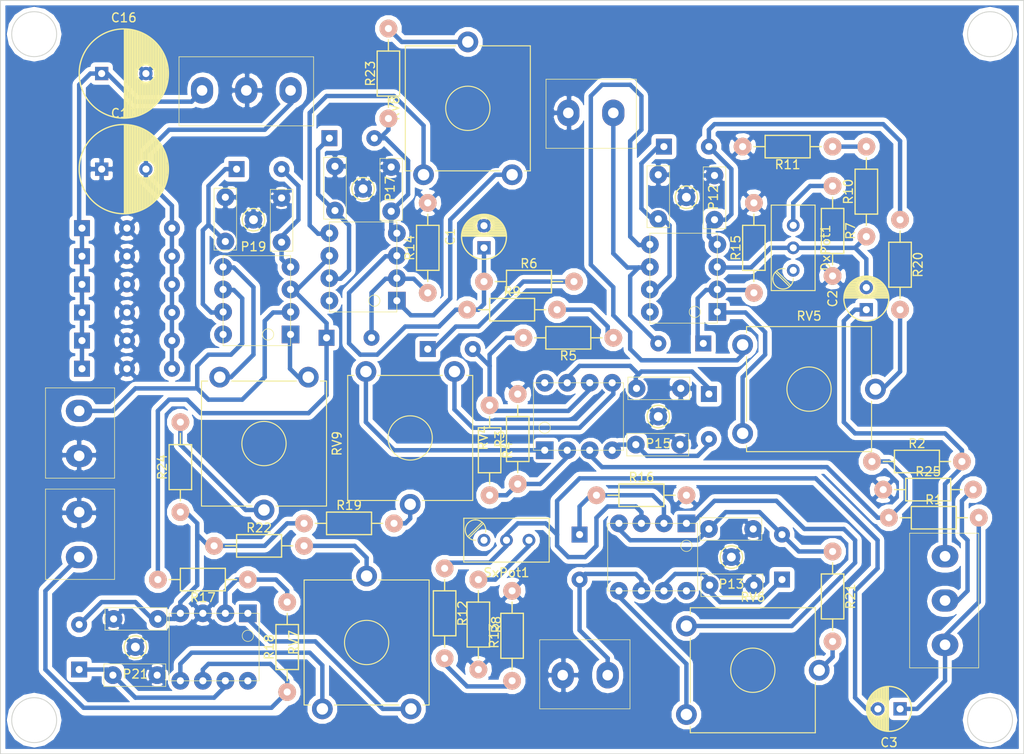
<source format=kicad_pcb>
(kicad_pcb (version 4) (host pcbnew 4.0.6)
  (layers (0 F.Cu signal) (31 B.Cu signal) (34 B.Paste user) (35 F.Paste user) (36 B.SilkS user) (37 F.SilkS user) (38 B.Mask user) (39 F.Mask user) (44 Edge.Cuts user))
  (net 0 "")
  (net 1 "Net-(C1-Pad1)")
  (net 2 GND)
  (net 3 "Net-(C2-Pad1)")
  (net 4 "Net-(C2-Pad2)")
  (net 5 "Net-(C3-Pad1)")
  (net 6 "Net-(C3-Pad2)")
  (net 7 VCC)
  (net 8 VSS)
  (net 9 1_Sx)
  (net 10 1_Dx)
  (net 11 "Net-(P5-Pad1)")
  (net 12 "Net-(P7-Pad1)")
  (net 13 "Net-(P7-Pad2)")
  (net 14 2_Sx)
  (net 15 2_Dx)
  (net 16 1_Sub)
  (net 17 2_Sub)
  (net 18 "Net-(R1-Pad1)")
  (net 19 "Net-(R3-Pad1)")
  (net 20 "Net-(R5-Pad1)")
  (net 21 "Net-(R8-Pad1)")
  (net 22 "Net-(R10-Pad2)")
  (net 23 "Net-(R12-Pad2)")
  (net 24 "Net-(R17-Pad1)")
  (net 25 "Net-(R19-Pad2)")
  (net 26 "Net-(R20-Pad2)")
  (net 27 "Net-(R21-Pad2)")
  (net 28 "Net-(R22-Pad2)")
  (net 29 "Net-(R23-Pad2)")
  (net 30 "Net-(R24-Pad2)")
  (net 31 Off2_A)
  (net 32 Off1_A)
  (net 33 Off2_D)
  (net 34 Off1_D)
  (net 35 Off2_B)
  (net 36 Off1_B)
  (net 37 Off2_E)
  (net 38 Off1_E)
  (net 39 Off2_C)
  (net 40 Off1_C)
  (net 41 Off2_F)
  (net 42 Off1_F)
  (net 43 "Net-(DxPot1-Pad3)")
  (net 44 "Net-(P1-Pad2)")
  (net 45 "Net-(P4-Pad2)")
  (module Impronte:Res_Orizz_10mm (layer F.Cu) (at 115.114374 71.34663)
    (fp_text reference R25 (at 5.08 -2.032) (layer F.SilkS))
    (fp_text value 2.2)
    (pad 1 thru_hole circle (at 0 0) (size 2 2) (drill 0.8) (layers *.Cu *.SilkS *.Mask) (net 2 GND))
    (pad 2 thru_hole circle (at 10.16 0) (size 2 2) (drill 0.8) (layers *.Cu *.SilkS *.Mask) (net 44 "Net-(P1-Pad2)"))
  )
  (module Impronte:Res_Orizz_10mm (layer F.Cu) (at 35.739374 73.88663 90)
    (fp_text reference R24 (at 5.08 -2.032 90) (layer F.SilkS))
    (fp_text value 1.5k)
    (pad 1 thru_hole circle (at 0 0 90) (size 2 2) (drill 0.8) (layers *.Cu *.SilkS *.Mask) (net 8 VSS))
    (pad 2 thru_hole circle (at 10.16 0 90) (size 2 2) (drill 0.8) (layers *.Cu *.SilkS *.Mask) (net 30 "Net-(R24-Pad2)"))
  )
  (module Impronte:Res_Orizz_10mm (layer F.Cu) (at 59.234374 29.43663 90)
    (fp_text reference R23 (at 5.08 -2.032 90) (layer F.SilkS))
    (fp_text value 1.5k)
    (pad 1 thru_hole circle (at 0 0 90) (size 2 2) (drill 0.8) (layers *.Cu *.SilkS *.Mask) (net 8 VSS))
    (pad 2 thru_hole circle (at 10.16 0 90) (size 2 2) (drill 0.8) (layers *.Cu *.SilkS *.Mask) (net 29 "Net-(R23-Pad2)"))
  )
  (module Impronte:Res_Orizz_10mm (layer F.Cu) (at 39.549374 77.69663)
    (fp_text reference R22 (at 5.08 -2.032) (layer F.SilkS))
    (fp_text value 1.5k)
    (pad 1 thru_hole circle (at 0 0) (size 2 2) (drill 0.8) (layers *.Cu *.SilkS *.Mask) (net 8 VSS))
    (pad 2 thru_hole circle (at 10.16 0) (size 2 2) (drill 0.8) (layers *.Cu *.SilkS *.Mask) (net 28 "Net-(R22-Pad2)"))
  )
  (module Impronte:Res_Orizz_10mm (layer F.Cu) (at 109.399374 78.33163 270)
    (fp_text reference R21 (at 5.08 -2.032 270) (layer F.SilkS))
    (fp_text value 1.5k)
    (pad 1 thru_hole circle (at 0 0 270) (size 2 2) (drill 0.8) (layers *.Cu *.SilkS *.Mask) (net 8 VSS))
    (pad 2 thru_hole circle (at 10.16 0 270) (size 2 2) (drill 0.8) (layers *.Cu *.SilkS *.Mask) (net 27 "Net-(R21-Pad2)"))
  )
  (module Impronte:Res_Orizz_10mm (layer F.Cu) (at 117.019374 40.86663 270)
    (fp_text reference R20 (at 5.08 -2.032 270) (layer F.SilkS))
    (fp_text value 1.5k)
    (pad 1 thru_hole circle (at 0 0 270) (size 2 2) (drill 0.8) (layers *.Cu *.SilkS *.Mask) (net 8 VSS))
    (pad 2 thru_hole circle (at 10.16 0 270) (size 2 2) (drill 0.8) (layers *.Cu *.SilkS *.Mask) (net 26 "Net-(R20-Pad2)"))
  )
  (module Impronte:Res_Orizz_10mm (layer F.Cu) (at 49.709374 75.15663)
    (fp_text reference R19 (at 5.08 -2.032) (layer F.SilkS))
    (fp_text value 1.5k)
    (pad 1 thru_hole circle (at 0 0) (size 2 2) (drill 0.8) (layers *.Cu *.SilkS *.Mask) (net 8 VSS))
    (pad 2 thru_hole circle (at 10.16 0) (size 2 2) (drill 0.8) (layers *.Cu *.SilkS *.Mask) (net 25 "Net-(R19-Pad2)"))
  )
  (module Impronte:Res_Orizz_10mm (layer F.Cu) (at 47.804374 94.20663 90)
    (fp_text reference R18 (at 5.08 -2.032 90) (layer F.SilkS))
    (fp_text value 4.7k)
    (pad 1 thru_hole circle (at 0 0 90) (size 2 2) (drill 0.8) (layers *.Cu *.SilkS *.Mask) (net 45 "Net-(P4-Pad2)"))
    (pad 2 thru_hole circle (at 10.16 0 90) (size 2 2) (drill 0.8) (layers *.Cu *.SilkS *.Mask) (net 24 "Net-(R17-Pad1)"))
  )
  (module Impronte:Res_Orizz_10mm (layer F.Cu) (at 43.359374 81.50663 180)
    (fp_text reference R17 (at 5.08 -2.032 180) (layer F.SilkS))
    (fp_text value 4.7k)
    (pad 1 thru_hole circle (at 0 0 180) (size 2 2) (drill 0.8) (layers *.Cu *.SilkS *.Mask) (net 24 "Net-(R17-Pad1)"))
    (pad 2 thru_hole circle (at 10.16 0 180) (size 2 2) (drill 0.8) (layers *.Cu *.SilkS *.Mask) (net 16 1_Sub))
  )
  (module Impronte:Res_Orizz_10mm (layer F.Cu) (at 82.729374 71.98163)
    (fp_text reference R16 (at 5.08 -2.032) (layer F.SilkS))
    (fp_text value 4.7k)
    (pad 1 thru_hole circle (at 0 0) (size 2 2) (drill 0.8) (layers *.Cu *.SilkS *.Mask) (net 14 2_Sx))
    (pad 2 thru_hole circle (at 10.16 0) (size 2 2) (drill 0.8) (layers *.Cu *.SilkS *.Mask) (net 2 GND))
  )
  (module Impronte:Res_Orizz_10mm (layer F.Cu) (at 100.509374 49.12163 90)
    (fp_text reference R15 (at 5.08 -2.032 90) (layer F.SilkS))
    (fp_text value 4.7k)
    (pad 1 thru_hole circle (at 0 0 90) (size 2 2) (drill 0.8) (layers *.Cu *.SilkS *.Mask) (net 15 2_Dx))
    (pad 2 thru_hole circle (at 10.16 0 90) (size 2 2) (drill 0.8) (layers *.Cu *.SilkS *.Mask) (net 2 GND))
  )
  (module Impronte:Res_Orizz_10mm (layer F.Cu) (at 63.679374 49.12163 90)
    (fp_text reference R14 (at 5.08 -2.032 90) (layer F.SilkS))
    (fp_text value 4.7k)
    (pad 1 thru_hole circle (at 0 0 90) (size 2 2) (drill 0.8) (layers *.Cu *.SilkS *.Mask) (net 17 2_Sub))
    (pad 2 thru_hole circle (at 10.16 0 90) (size 2 2) (drill 0.8) (layers *.Cu *.SilkS *.Mask) (net 2 GND))
  )
  (module Impronte:Res_Orizz_10mm (layer F.Cu) (at 73.204375 92.93663 90)
    (fp_text reference R13 (at 5.08 -2.032 90) (layer F.SilkS))
    (fp_text value 22)
    (pad 1 thru_hole circle (at 0 0 90) (size 2 2) (drill 0.8) (layers *.Cu *.SilkS *.Mask) (net 23 "Net-(R12-Pad2)"))
    (pad 2 thru_hole circle (at 10.16 0 90) (size 2 2) (drill 0.8) (layers *.Cu *.SilkS *.Mask) (net 2 GND))
  )
  (module Impronte:Res_Orizz_10mm (layer F.Cu) (at 65.584374 80.23663 270)
    (fp_text reference R12 (at 5.08 -2.032 270) (layer F.SilkS))
    (fp_text value 470)
    (pad 1 thru_hole circle (at 0 0 270) (size 2 2) (drill 0.8) (layers *.Cu *.SilkS *.Mask) (net 6 "Net-(C3-Pad2)"))
    (pad 2 thru_hole circle (at 10.16 0 270) (size 2 2) (drill 0.8) (layers *.Cu *.SilkS *.Mask) (net 23 "Net-(R12-Pad2)"))
  )
  (module Impronte:Res_Orizz_10mm (layer F.Cu) (at 109.399374 32.61163 180)
    (fp_text reference R11 (at 5.08 -2.032 180) (layer F.SilkS))
    (fp_text value 22)
    (pad 1 thru_hole circle (at 0 0 180) (size 2 2) (drill 0.8) (layers *.Cu *.SilkS *.Mask) (net 22 "Net-(R10-Pad2)"))
    (pad 2 thru_hole circle (at 10.16 0 180) (size 2 2) (drill 0.8) (layers *.Cu *.SilkS *.Mask) (net 2 GND))
  )
  (module Impronte:Res_Orizz_10mm (layer F.Cu) (at 113.209374 42.77163 90)
    (fp_text reference R10 (at 5.08 -2.032 90) (layer F.SilkS))
    (fp_text value 470)
    (pad 1 thru_hole circle (at 0 0 90) (size 2 2) (drill 0.8) (layers *.Cu *.SilkS *.Mask) (net 4 "Net-(C2-Pad2)"))
    (pad 2 thru_hole circle (at 10.16 0 90) (size 2 2) (drill 0.8) (layers *.Cu *.SilkS *.Mask) (net 22 "Net-(R10-Pad2)"))
  )
  (module Impronte:Res_Orizz_10mm (layer F.Cu) (at 68.124375 51.02663)
    (fp_text reference R9 (at 5.08 -2.032) (layer F.SilkS))
    (fp_text value 220)
    (pad 1 thru_hole circle (at 0 0) (size 2 2) (drill 0.8) (layers *.Cu *.SilkS *.Mask) (net 1 "Net-(C1-Pad1)"))
    (pad 2 thru_hole circle (at 10.16 0) (size 2 2) (drill 0.8) (layers *.Cu *.SilkS *.Mask) (net 20 "Net-(R5-Pad1)"))
  )
  (module Impronte:Res_Orizz_10mm (layer F.Cu) (at 69.394374 81.50663 270)
    (fp_text reference R8 (at 5.08 -2.032 270) (layer F.SilkS))
    (fp_text value 22)
    (pad 1 thru_hole circle (at 0 0 270) (size 2 2) (drill 0.8) (layers *.Cu *.SilkS *.Mask) (net 21 "Net-(R8-Pad1)"))
    (pad 2 thru_hole circle (at 10.16 0 270) (size 2 2) (drill 0.8) (layers *.Cu *.SilkS *.Mask) (net 2 GND))
  )
  (module Impronte:Res_Orizz_10mm (layer F.Cu) (at 109.399374 37.05663 270)
    (fp_text reference R7 (at 5.08 -2.032 270) (layer F.SilkS))
    (fp_text value 22)
    (pad 1 thru_hole circle (at 0 0 270) (size 2 2) (drill 0.8) (layers *.Cu *.SilkS *.Mask) (net 43 "Net-(DxPot1-Pad3)"))
    (pad 2 thru_hole circle (at 10.16 0 270) (size 2 2) (drill 0.8) (layers *.Cu *.SilkS *.Mask) (net 2 GND))
  )
  (module Impronte:Res_Orizz_10mm (layer F.Cu) (at 70.029374 47.85163)
    (fp_text reference R6 (at 5.08 -2.032) (layer F.SilkS))
    (fp_text value 220)
    (pad 1 thru_hole circle (at 0 0) (size 2 2) (drill 0.8) (layers *.Cu *.SilkS *.Mask) (net 1 "Net-(C1-Pad1)"))
    (pad 2 thru_hole circle (at 10.16 0) (size 2 2) (drill 0.8) (layers *.Cu *.SilkS *.Mask) (net 12 "Net-(P7-Pad1)"))
  )
  (module Impronte:Res_Orizz_10mm (layer F.Cu) (at 84.634374 54.20163 180)
    (fp_text reference R5 (at 5.08 -2.032 180) (layer F.SilkS))
    (fp_text value 2.2k)
    (pad 1 thru_hole circle (at 0 0 180) (size 2 2) (drill 0.8) (layers *.Cu *.SilkS *.Mask) (net 20 "Net-(R5-Pad1)"))
    (pad 2 thru_hole circle (at 10.16 0 180) (size 2 2) (drill 0.8) (layers *.Cu *.SilkS *.Mask) (net 13 "Net-(P7-Pad2)"))
  )
  (module Impronte:Res_Orizz_10mm (layer F.Cu) (at 70.664374 61.82163 270)
    (fp_text reference R4 (at 5.08 -2.032 270) (layer F.SilkS))
    (fp_text value 6.8k)
    (pad 1 thru_hole circle (at 0 0 270) (size 2 2) (drill 0.8) (layers *.Cu *.SilkS *.Mask) (net 13 "Net-(P7-Pad2)"))
    (pad 2 thru_hole circle (at 10.16 0 270) (size 2 2) (drill 0.8) (layers *.Cu *.SilkS *.Mask) (net 19 "Net-(R3-Pad1)"))
  )
  (module Impronte:Res_Orizz_10mm (layer F.Cu) (at 73.839374 70.71163 90)
    (fp_text reference R3 (at 5.08 -2.032 90) (layer F.SilkS))
    (fp_text value 4.7k)
    (pad 1 thru_hole circle (at 0 0 90) (size 2 2) (drill 0.8) (layers *.Cu *.SilkS *.Mask) (net 19 "Net-(R3-Pad1)"))
    (pad 2 thru_hole circle (at 10.16 0 90) (size 2 2) (drill 0.8) (layers *.Cu *.SilkS *.Mask) (net 2 GND))
  )
  (module Impronte:Res_Orizz_10mm (layer F.Cu) (at 113.844374 68.17163)
    (fp_text reference R2 (at 5.08 -2.032) (layer F.SilkS))
    (fp_text value 15k)
    (pad 1 thru_hole circle (at 0 0) (size 2 2) (drill 0.8) (layers *.Cu *.SilkS *.Mask) (net 18 "Net-(R1-Pad1)"))
    (pad 2 thru_hole circle (at 10.16 0) (size 2 2) (drill 0.8) (layers *.Cu *.SilkS *.Mask) (net 3 "Net-(C2-Pad1)"))
  )
  (module Impronte:Res_Orizz_10mm (layer F.Cu) (at 115.749373 74.52163)
    (fp_text reference R1 (at 5.08 -2.032) (layer F.SilkS))
    (fp_text value 15k)
    (pad 1 thru_hole circle (at 0 0) (size 2 2) (drill 0.8) (layers *.Cu *.SilkS *.Mask) (net 18 "Net-(R1-Pad1)"))
    (pad 2 thru_hole circle (at 10.16 0) (size 2 2) (drill 0.8) (layers *.Cu *.SilkS *.Mask) (net 5 "Net-(C3-Pad1)"))
  )
  (module Impronte:Cap_5x11 (layer F.Cu) (at 70.029374 44.04163 90)
    (fp_text reference C1 (at 1.25 -3.8 90) (layer F.SilkS))
    (fp_text value 4.7u)
    (pad 1 thru_hole rect (at 0 0 90) (size 1.5 1.5) (drill 0.8) (layers *.Cu *.Mask) (net 1 "Net-(C1-Pad1)"))
    (pad 2 thru_hole circle (at 2.5 0 90) (size 1.5 1.5) (drill 0.8) (layers *.Cu *.Mask) (net 2 GND))
  )
  (module Impronte:Cap_5x11 (layer F.Cu) (at 113.209374 51.02663 90)
    (fp_text reference C2 (at 1.25 -3.8 90) (layer F.SilkS))
    (fp_text value 4.7u)
    (pad 1 thru_hole rect (at 0 0 90) (size 1.5 1.5) (drill 0.8) (layers *.Cu *.Mask) (net 3 "Net-(C2-Pad1)"))
    (pad 2 thru_hole circle (at 2.5 0 90) (size 1.5 1.5) (drill 0.8) (layers *.Cu *.Mask) (net 4 "Net-(C2-Pad2)"))
  )
  (module Impronte:Cap_5x11 (layer F.Cu) (at 117.019374 96.11163 180)
    (fp_text reference C3 (at 1.25 -3.8 180) (layer F.SilkS))
    (fp_text value 4.7u)
    (pad 1 thru_hole rect (at 0 0 180) (size 1.5 1.5) (drill 0.8) (layers *.Cu *.Mask) (net 5 "Net-(C3-Pad1)"))
    (pad 2 thru_hole circle (at 2.5 0 180) (size 1.5 1.5) (drill 0.8) (layers *.Cu *.Mask) (net 6 "Net-(C3-Pad2)"))
  )
  (module Impronte:Cap_10_5.08 (layer F.Cu) (at 26.849374 24.35663)
    (fp_text reference C16 (at 2.5 -6.3) (layer F.SilkS))
    (fp_text value 100u)
    (pad 1 thru_hole rect (at 0 0) (size 1.5 1.5) (drill 0.8) (layers *.Cu *.Mask) (net 7 VCC))
    (pad 2 thru_hole circle (at 5 0) (size 1.5 1.5) (drill 0.8) (layers *.Cu *.Mask) (net 2 GND))
  )
  (module Impronte:Cap_10_5.08 (layer F.Cu) (at 26.849374 35.15163)
    (fp_text reference C17 (at 2.5 -6.3) (layer F.SilkS))
    (fp_text value 100u)
    (pad 1 thru_hole rect (at 0 0) (size 1.5 1.5) (drill 0.8) (layers *.Cu *.Mask) (net 2 GND))
    (pad 2 thru_hole circle (at 5 0) (size 1.5 1.5) (drill 0.8) (layers *.Cu *.Mask) (net 8 VSS))
  )
  (module Impronte:2-Pin (layer F.Cu) (at 63.679374 55.47163)
    (fp_text reference P7 hide)
    (fp_text value BassPot)
    (pad 1 thru_hole trapezoid (at 0 0) (size 1.8 1.8) (drill 0.8) (layers *.Cu *.Mask) (net 12 "Net-(P7-Pad1)"))
    (pad 2 thru_hole circle (at 5.08 0) (size 1.8 1.8) (drill 0.8) (layers *.Cu *.Mask) (net 13 "Net-(P7-Pad2)"))
  )
  (module Impronte:2-Pin (layer F.Cu) (at 52.249374 54.20163)
    (fp_text reference P9 hide)
    (fp_text value SubPot)
    (pad 1 thru_hole trapezoid (at 0 0) (size 1.8 1.8) (drill 0.8) (layers *.Cu *.Mask) (net 16 1_Sub))
    (pad 2 thru_hole circle (at 5.08 0) (size 1.8 1.8) (drill 0.8) (layers *.Cu *.Mask) (net 17 2_Sub))
  )
  (module Potentiometers:Potentiometer_Trimmer_ACP_CA14v_Horizontal_Px15.0mm_Py10.0mm (layer F.Cu) (at 56.694374 58.01163 270)
    (fp_text reference RV4 (at 7.5 -13.25 270) (layer F.SilkS))
    (fp_text value 100k)
    (pad 3 thru_hole circle (at 0 -10 270) (size 2.34 2.34) (drill 1.3) (layers *.Cu *.Mask) (net 31 Off2_A))
    (pad 2 thru_hole circle (at 15 -5 270) (size 2.34 2.34) (drill 1.3) (layers *.Cu *.Mask) (net 25 "Net-(R19-Pad2)"))
    (pad 1 thru_hole circle (at 0 0 270) (size 2.34 2.34) (drill 1.3) (layers *.Cu *.Mask) (net 32 Off1_A))
  )
  (module Potentiometers:Potentiometer_Trimmer_ACP_CA14v_Horizontal_Px15.0mm_Py10.0mm (layer F.Cu) (at 99.239374 64.99663)
    (fp_text reference RV5 (at 7.5 -13.25) (layer F.SilkS))
    (fp_text value 100k)
    (pad 3 thru_hole circle (at 0 -10) (size 2.34 2.34) (drill 1.3) (layers *.Cu *.Mask) (net 33 Off2_D))
    (pad 2 thru_hole circle (at 15 -5) (size 2.34 2.34) (drill 1.3) (layers *.Cu *.Mask) (net 26 "Net-(R20-Pad2)"))
    (pad 1 thru_hole circle (at 0 0) (size 2.34 2.34) (drill 1.3) (layers *.Cu *.Mask) (net 34 Off1_D))
  )
  (module Potentiometers:Potentiometer_Trimmer_ACP_CA14v_Horizontal_Px15.0mm_Py10.0mm (layer F.Cu) (at 92.889374 96.74663)
    (fp_text reference RV6 (at 7.5 -13.25) (layer F.SilkS))
    (fp_text value 100k)
    (pad 3 thru_hole circle (at 0 -10) (size 2.34 2.34) (drill 1.3) (layers *.Cu *.Mask) (net 36 Off1_B))
    (pad 2 thru_hole circle (at 15 -5) (size 2.34 2.34) (drill 1.3) (layers *.Cu *.Mask) (net 27 "Net-(R21-Pad2)"))
    (pad 1 thru_hole circle (at 0 0) (size 2.34 2.34) (drill 1.3) (layers *.Cu *.Mask) (net 35 Off2_B))
  )
  (module Potentiometers:Potentiometer_Trimmer_ACP_CA14v_Horizontal_Px15.0mm_Py10.0mm (layer F.Cu) (at 61.774374 96.11163 90)
    (fp_text reference RV7 (at 7.5 -13.25 90) (layer F.SilkS))
    (fp_text value 100k)
    (pad 3 thru_hole circle (at 0 -10 90) (size 2.34 2.34) (drill 1.3) (layers *.Cu *.Mask) (net 37 Off2_E))
    (pad 2 thru_hole circle (at 15 -5 90) (size 2.34 2.34) (drill 1.3) (layers *.Cu *.Mask) (net 28 "Net-(R22-Pad2)"))
    (pad 1 thru_hole circle (at 0 0 90) (size 2.34 2.34) (drill 1.3) (layers *.Cu *.Mask) (net 38 Off1_E))
  )
  (module Potentiometers:Potentiometer_Trimmer_ACP_CA14v_Horizontal_Px15.0mm_Py10.0mm (layer F.Cu) (at 73.204374 35.786631 90)
    (fp_text reference RV8 (at 7.5 -13.25 90) (layer F.SilkS))
    (fp_text value 100k)
    (pad 3 thru_hole circle (at 0 -10 90) (size 2.34 2.34) (drill 1.3) (layers *.Cu *.Mask) (net 39 Off2_C))
    (pad 2 thru_hole circle (at 15 -5 90) (size 2.34 2.34) (drill 1.3) (layers *.Cu *.Mask) (net 29 "Net-(R23-Pad2)"))
    (pad 1 thru_hole circle (at 0 0 90) (size 2.34 2.34) (drill 1.3) (layers *.Cu *.Mask) (net 40 Off1_C))
  )
  (module Potentiometers:Potentiometer_Trimmer_ACP_CA14v_Horizontal_Px15.0mm_Py10.0mm (layer F.Cu) (at 40.184374 58.64663 270)
    (fp_text reference RV9 (at 7.5 -13.25 270) (layer F.SilkS))
    (fp_text value 100k)
    (pad 3 thru_hole circle (at 0 -10 270) (size 2.34 2.34) (drill 1.3) (layers *.Cu *.Mask) (net 42 Off1_F))
    (pad 2 thru_hole circle (at 15 -5 270) (size 2.34 2.34) (drill 1.3) (layers *.Cu *.Mask) (net 30 "Net-(R24-Pad2)"))
    (pad 1 thru_hole circle (at 0 0 270) (size 2.34 2.34) (drill 1.3) (layers *.Cu *.Mask) (net 41 Off2_F))
  )
  (module Potentiometers:Potentiometer_Trimmer_Bourns_3296W (layer F.Cu) (at 104.954374 46.58163 270)
    (fp_text reference DxPot1 (at -2.54 -3.66 270) (layer F.SilkS))
    (fp_text value 10k)
    (pad 1 thru_hole circle (at 0 0 270) (size 1.44 1.44) (drill 0.8) (layers *.Cu *.Mask))
    (pad 2 thru_hole circle (at -2.54 0 270) (size 1.44 1.44) (drill 0.8) (layers *.Cu *.Mask) (net 4 "Net-(C2-Pad2)"))
    (pad 3 thru_hole circle (at -5.08 0 270) (size 1.44 1.44) (drill 0.8) (layers *.Cu *.Mask) (net 43 "Net-(DxPot1-Pad3)"))
  )
  (module Potentiometers:Potentiometer_Trimmer_Bourns_3296W (layer F.Cu) (at 70.029374 77.06163 180)
    (fp_text reference SxPot1 (at -2.54 -3.66 180) (layer F.SilkS))
    (fp_text value 10k)
    (pad 1 thru_hole circle (at 0 0 180) (size 1.44 1.44) (drill 0.8) (layers *.Cu *.Mask))
    (pad 2 thru_hole circle (at -2.54 0 180) (size 1.44 1.44) (drill 0.8) (layers *.Cu *.Mask) (net 6 "Net-(C3-Pad2)"))
    (pad 3 thru_hole circle (at -5.08 0 180) (size 1.44 1.44) (drill 0.8) (layers *.Cu *.Mask) (net 21 "Net-(R8-Pad1)"))
  )
  (module Impronte:2-Pin (layer F.Cu) (at 80.824374 76.42663 270)
    (fp_text reference P8 hide)
    (fp_text value SxPot)
    (pad 1 thru_hole trapezoid (at 0 0 270) (size 1.8 1.8) (drill 0.8) (layers *.Cu *.Mask) (net 14 2_Sx))
    (pad 2 thru_hole circle (at 5.08 0 270) (size 1.8 1.8) (drill 0.8) (layers *.Cu *.Mask) (net 9 1_Sx))
  )
  (module Impronte:2-Pin (layer F.Cu) (at 94.794374 54.83663 180)
    (fp_text reference P10 hide)
    (fp_text value DxPot)
    (pad 1 thru_hole trapezoid (at 0 0 180) (size 1.8 1.8) (drill 0.8) (layers *.Cu *.Mask) (net 15 2_Dx))
    (pad 2 thru_hole circle (at 5.08 0 180) (size 1.8 1.8) (drill 0.8) (layers *.Cu *.Mask) (net 10 1_Dx))
  )
  (module Impronte:2-Pin (layer F.Cu) (at 90.349374 32.61163)
    (fp_text reference P11 hide)
    (fp_text value Sup+-)
    (pad 1 thru_hole trapezoid (at 0 0) (size 1.8 1.8) (drill 0.8) (layers *.Cu *.Mask) (net 7 VCC))
    (pad 2 thru_hole circle (at 5.08 0) (size 1.8 1.8) (drill 0.8) (layers *.Cu *.Mask) (net 8 VSS))
  )
  (module Impronte:1pin (layer F.Cu) (at 92.889374 38.32663 270)
    (fp_text reference P12 (at 0 -3.048 270) (layer F.SilkS))
    (fp_text value Sup0)
    (pad 1 thru_hole circle (at 0 0 270) (size 2 2) (drill 1) (layers *.Cu *.Mask) (net 2 GND))
  )
  (module Impronte:1pin (layer F.Cu) (at 97.969374 78.966631 180)
    (fp_text reference P13 (at 0 -3.048 180) (layer F.SilkS))
    (fp_text value Sup0)
    (pad 1 thru_hole circle (at 0 0 180) (size 2 2) (drill 1) (layers *.Cu *.Mask) (net 2 GND))
  )
  (module Impronte:2-Pin (layer F.Cu) (at 103.684374 81.50663 90)
    (fp_text reference P14 hide)
    (fp_text value Sup+-)
    (pad 1 thru_hole trapezoid (at 0 0 90) (size 1.8 1.8) (drill 0.8) (layers *.Cu *.Mask) (net 7 VCC))
    (pad 2 thru_hole circle (at 5.08 0 90) (size 1.8 1.8) (drill 0.8) (layers *.Cu *.Mask) (net 8 VSS))
  )
  (module Impronte:1pin (layer F.Cu) (at 89.714374 63.09163 180)
    (fp_text reference P15 (at 0 -3.048 180) (layer F.SilkS))
    (fp_text value Sup0)
    (pad 1 thru_hole circle (at 0 0 180) (size 2 2) (drill 1) (layers *.Cu *.Mask) (net 2 GND))
  )
  (module Impronte:2-Pin (layer F.Cu) (at 95.429374 60.55163 270)
    (fp_text reference P16 hide)
    (fp_text value Sup+-)
    (pad 1 thru_hole trapezoid (at 0 0 270) (size 1.8 1.8) (drill 0.8) (layers *.Cu *.Mask) (net 7 VCC))
    (pad 2 thru_hole circle (at 5.08 0 270) (size 1.8 1.8) (drill 0.8) (layers *.Cu *.Mask) (net 8 VSS))
  )
  (module Impronte:1pin (layer F.Cu) (at 56.376874 37.37413 270)
    (fp_text reference P17 (at 0 -3.048 270) (layer F.SilkS))
    (fp_text value Sup0)
    (pad 1 thru_hole circle (at 0 0 270) (size 2 2) (drill 1) (layers *.Cu *.Mask) (net 2 GND))
  )
  (module Impronte:2-Pin (layer F.Cu) (at 52.566874 31.65913)
    (fp_text reference P18 hide)
    (fp_text value Sup+-)
    (pad 1 thru_hole trapezoid (at 0 0) (size 1.8 1.8) (drill 0.8) (layers *.Cu *.Mask) (net 7 VCC))
    (pad 2 thru_hole circle (at 5.08 0) (size 1.8 1.8) (drill 0.8) (layers *.Cu *.Mask) (net 8 VSS))
  )
  (module Impronte:1pin (layer F.Cu) (at 43.994374 40.866631 180)
    (fp_text reference P19 (at 0 -3.048 180) (layer F.SilkS))
    (fp_text value Sup0)
    (pad 1 thru_hole circle (at 0 0 180) (size 2 2) (drill 1) (layers *.Cu *.Mask) (net 2 GND))
  )
  (module Impronte:2-Pin (layer F.Cu) (at 24.309374 91.66663 90)
    (fp_text reference P20 hide)
    (fp_text value Sup+-)
    (pad 1 thru_hole trapezoid (at 0 0 90) (size 1.8 1.8) (drill 0.8) (layers *.Cu *.Mask) (net 7 VCC))
    (pad 2 thru_hole circle (at 5.08 0 90) (size 1.8 1.8) (drill 0.8) (layers *.Cu *.Mask) (net 8 VSS))
  )
  (module Impronte:1pin (layer F.Cu) (at 30.659374 89.12663 180)
    (fp_text reference P21 (at 0 -3.048 180) (layer F.SilkS))
    (fp_text value Sup0)
    (pad 1 thru_hole circle (at 0 0 180) (size 2 2) (drill 1) (layers *.Cu *.Mask) (net 2 GND))
  )
  (module Impronte:2-Pin (layer F.Cu) (at 42.089374 35.15163)
    (fp_text reference P22 hide)
    (fp_text value Sup+-)
    (pad 1 thru_hole trapezoid (at 0 0) (size 1.8 1.8) (drill 0.8) (layers *.Cu *.Mask) (net 7 VCC))
    (pad 2 thru_hole circle (at 5.08 0) (size 1.8 1.8) (drill 0.8) (layers *.Cu *.Mask) (net 8 VSS))
  )
  (module Impronte:3-Pin (layer F.Cu) (at 24.626874 48.16913)
    (fp_text reference P23 hide)
    (fp_text value Supply)
    (pad 1 thru_hole trapezoid (at 0 0) (size 1.8 1.8) (drill 0.8) (layers *.Cu *.Mask) (net 7 VCC))
    (pad 2 thru_hole circle (at 5.08 0) (size 1.8 1.8) (drill 0.8) (layers *.Cu *.Mask) (net 2 GND))
    (pad 3 thru_hole circle (at 10.16 0) (size 1.8 1.8) (drill 0.8) (layers *.Cu *.Mask) (net 8 VSS))
  )
  (module Impronte:3-Pin (layer F.Cu) (at 24.626875 44.99413)
    (fp_text reference P24 hide)
    (fp_text value Supply)
    (pad 1 thru_hole trapezoid (at 0 0) (size 1.8 1.8) (drill 0.8) (layers *.Cu *.Mask) (net 7 VCC))
    (pad 2 thru_hole circle (at 5.08 0) (size 1.8 1.8) (drill 0.8) (layers *.Cu *.Mask) (net 2 GND))
    (pad 3 thru_hole circle (at 10.16 0) (size 1.8 1.8) (drill 0.8) (layers *.Cu *.Mask) (net 8 VSS))
  )
  (module Impronte:3-Pin (layer F.Cu) (at 24.626874 41.81913)
    (fp_text reference P25 hide)
    (fp_text value Supply)
    (pad 1 thru_hole trapezoid (at 0 0) (size 1.8 1.8) (drill 0.8) (layers *.Cu *.Mask) (net 7 VCC))
    (pad 2 thru_hole circle (at 5.08 0) (size 1.8 1.8) (drill 0.8) (layers *.Cu *.Mask) (net 2 GND))
    (pad 3 thru_hole circle (at 10.16 0) (size 1.8 1.8) (drill 0.8) (layers *.Cu *.Mask) (net 8 VSS))
  )
  (module Impronte:3-Pin (layer F.Cu) (at 24.626874 51.34413)
    (fp_text reference P26 hide)
    (fp_text value Supply)
    (pad 1 thru_hole trapezoid (at 0 0) (size 1.8 1.8) (drill 0.8) (layers *.Cu *.Mask) (net 7 VCC))
    (pad 2 thru_hole circle (at 5.08 0) (size 1.8 1.8) (drill 0.8) (layers *.Cu *.Mask) (net 2 GND))
    (pad 3 thru_hole circle (at 10.16 0) (size 1.8 1.8) (drill 0.8) (layers *.Cu *.Mask) (net 8 VSS))
  )
  (module Impronte:3-Pin (layer F.Cu) (at 24.626875 54.51913)
    (fp_text reference P27 hide)
    (fp_text value Supply)
    (pad 1 thru_hole trapezoid (at 0 0) (size 1.8 1.8) (drill 0.8) (layers *.Cu *.Mask) (net 7 VCC))
    (pad 2 thru_hole circle (at 5.08 0) (size 1.8 1.8) (drill 0.8) (layers *.Cu *.Mask) (net 2 GND))
    (pad 3 thru_hole circle (at 10.16 0) (size 1.8 1.8) (drill 0.8) (layers *.Cu *.Mask) (net 8 VSS))
  )
  (module Impronte:3-Pin (layer F.Cu) (at 24.626874 57.69413)
    (fp_text reference P28 hide)
    (fp_text value Supply)
    (pad 1 thru_hole trapezoid (at 0 0) (size 1.8 1.8) (drill 0.8) (layers *.Cu *.Mask) (net 7 VCC))
    (pad 2 thru_hole circle (at 5.08 0) (size 1.8 1.8) (drill 0.8) (layers *.Cu *.Mask) (net 2 GND))
    (pad 3 thru_hole circle (at 10.16 0) (size 1.8 1.8) (drill 0.8) (layers *.Cu *.Mask) (net 8 VSS))
  )
  (module Impronte:DIP-8 (layer F.Cu) (at 48.185374 55.09063 90)
    (fp_text reference U6)
    (fp_text value TL071)
    (pad 1 thru_hole rect (at 1.27 0 90) (size 2 2) (drill 0.8) (layers *.Cu *.Mask) (net 42 Off1_F))
    (pad 2 thru_hole circle (at 3.81 0 90) (size 2 2) (drill 0.8) (layers *.Cu *.Mask) (net 11 "Net-(P5-Pad1)"))
    (pad 3 thru_hole circle (at 6.35 0 90) (size 2 2) (drill 0.8) (layers *.Cu *.Mask) (net 16 1_Sub))
    (pad 4 thru_hole circle (at 8.89 0 90) (size 2 2) (drill 0.8) (layers *.Cu *.Mask) (net 8 VSS))
    (pad 5 thru_hole circle (at 8.89 -7.62 90) (size 2 2) (drill 0.8) (layers *.Cu *.Mask) (net 41 Off2_F))
    (pad 6 thru_hole circle (at 6.35 -7.62 90) (size 2 2) (drill 0.8) (layers *.Cu *.Mask) (net 11 "Net-(P5-Pad1)"))
    (pad 7 thru_hole circle (at 3.81 -7.62 90) (size 2 2) (drill 0.8) (layers *.Cu *.Mask) (net 7 VCC))
    (pad 8 thru_hole circle (at 1.27 -7.62 90) (size 2 2) (drill 0.8) (layers *.Cu *.Mask))
  )
  (module Impronte:DIP-8 (layer F.Cu) (at 44.629374 85.31663 180)
    (fp_text reference U5)
    (fp_text value TL071)
    (pad 1 thru_hole rect (at 1.27 0 180) (size 2 2) (drill 0.8) (layers *.Cu *.Mask) (net 38 Off1_E))
    (pad 2 thru_hole circle (at 3.81 0 180) (size 2 2) (drill 0.8) (layers *.Cu *.Mask) (net 24 "Net-(R17-Pad1)"))
    (pad 3 thru_hole circle (at 6.35 0 180) (size 2 2) (drill 0.8) (layers *.Cu *.Mask) (net 2 GND))
    (pad 4 thru_hole circle (at 8.89 0 180) (size 2 2) (drill 0.8) (layers *.Cu *.Mask) (net 8 VSS))
    (pad 5 thru_hole circle (at 8.89 -7.62 180) (size 2 2) (drill 0.8) (layers *.Cu *.Mask) (net 37 Off2_E))
    (pad 6 thru_hole circle (at 6.35 -7.62 180) (size 2 2) (drill 0.8) (layers *.Cu *.Mask) (net 45 "Net-(P4-Pad2)"))
    (pad 7 thru_hole circle (at 3.81 -7.62 180) (size 2 2) (drill 0.8) (layers *.Cu *.Mask) (net 7 VCC))
    (pad 8 thru_hole circle (at 1.27 -7.62 180) (size 2 2) (drill 0.8) (layers *.Cu *.Mask))
  )
  (module Impronte:DIP-8 (layer F.Cu) (at 94.159374 75.15663 180)
    (fp_text reference U4)
    (fp_text value TL071)
    (pad 1 thru_hole rect (at 1.27 0 180) (size 2 2) (drill 0.8) (layers *.Cu *.Mask) (net 36 Off1_B))
    (pad 2 thru_hole circle (at 3.81 0 180) (size 2 2) (drill 0.8) (layers *.Cu *.Mask) (net 14 2_Sx))
    (pad 3 thru_hole circle (at 6.35 0 180) (size 2 2) (drill 0.8) (layers *.Cu *.Mask) (net 6 "Net-(C3-Pad2)"))
    (pad 4 thru_hole circle (at 8.89 0 180) (size 2 2) (drill 0.8) (layers *.Cu *.Mask) (net 8 VSS))
    (pad 5 thru_hole circle (at 8.89 -7.62 180) (size 2 2) (drill 0.8) (layers *.Cu *.Mask) (net 35 Off2_B))
    (pad 6 thru_hole circle (at 6.35 -7.62 180) (size 2 2) (drill 0.8) (layers *.Cu *.Mask) (net 9 1_Sx))
    (pad 7 thru_hole circle (at 3.81 -7.62 180) (size 2 2) (drill 0.8) (layers *.Cu *.Mask) (net 7 VCC))
    (pad 8 thru_hole circle (at 1.27 -7.62 180) (size 2 2) (drill 0.8) (layers *.Cu *.Mask))
  )
  (module Impronte:DIP-8 (layer F.Cu) (at 96.381874 52.550629 90)
    (fp_text reference U3)
    (fp_text value TL071)
    (pad 1 thru_hole rect (at 1.27 0 90) (size 2 2) (drill 0.8) (layers *.Cu *.Mask) (net 34 Off1_D))
    (pad 2 thru_hole circle (at 3.81 0 90) (size 2 2) (drill 0.8) (layers *.Cu *.Mask) (net 15 2_Dx))
    (pad 3 thru_hole circle (at 6.35 0 90) (size 2 2) (drill 0.8) (layers *.Cu *.Mask) (net 4 "Net-(C2-Pad2)"))
    (pad 4 thru_hole circle (at 8.89 0 90) (size 2 2) (drill 0.8) (layers *.Cu *.Mask) (net 8 VSS))
    (pad 5 thru_hole circle (at 8.89 -7.62 90) (size 2 2) (drill 0.8) (layers *.Cu *.Mask) (net 33 Off2_D))
    (pad 6 thru_hole circle (at 6.35 -7.62 90) (size 2 2) (drill 0.8) (layers *.Cu *.Mask) (net 10 1_Dx))
    (pad 7 thru_hole circle (at 3.81 -7.62 90) (size 2 2) (drill 0.8) (layers *.Cu *.Mask) (net 7 VCC))
    (pad 8 thru_hole circle (at 1.27 -7.62 90) (size 2 2) (drill 0.8) (layers *.Cu *.Mask))
  )
  (module Impronte:DIP-8 (layer F.Cu) (at 60.186874 51.28063 90)
    (fp_text reference U2)
    (fp_text value TL071)
    (pad 1 thru_hole rect (at 1.27 0 90) (size 2 2) (drill 0.8) (layers *.Cu *.Mask) (net 40 Off1_C))
    (pad 2 thru_hole circle (at 3.81 0 90) (size 2 2) (drill 0.8) (layers *.Cu *.Mask) (net 17 2_Sub))
    (pad 3 thru_hole circle (at 6.35 0 90) (size 2 2) (drill 0.8) (layers *.Cu *.Mask) (net 1 "Net-(C1-Pad1)"))
    (pad 4 thru_hole circle (at 8.89 0 90) (size 2 2) (drill 0.8) (layers *.Cu *.Mask) (net 8 VSS))
    (pad 5 thru_hole circle (at 8.89 -7.62 90) (size 2 2) (drill 0.8) (layers *.Cu *.Mask) (net 39 Off2_C))
    (pad 6 thru_hole circle (at 6.35 -7.62 90) (size 2 2) (drill 0.8) (layers *.Cu *.Mask) (net 16 1_Sub))
    (pad 7 thru_hole circle (at 3.81 -7.62 90) (size 2 2) (drill 0.8) (layers *.Cu *.Mask) (net 7 VCC))
    (pad 8 thru_hole circle (at 1.27 -7.62 90) (size 2 2) (drill 0.8) (layers *.Cu *.Mask))
  )
  (module Impronte:DIP-8 (layer F.Cu) (at 75.617374 66.90163)
    (fp_text reference U1)
    (fp_text value TL071)
    (pad 1 thru_hole rect (at 1.27 0) (size 2 2) (drill 0.8) (layers *.Cu *.Mask) (net 32 Off1_A))
    (pad 2 thru_hole circle (at 3.81 0) (size 2 2) (drill 0.8) (layers *.Cu *.Mask) (net 19 "Net-(R3-Pad1)"))
    (pad 3 thru_hole circle (at 6.35 0) (size 2 2) (drill 0.8) (layers *.Cu *.Mask) (net 18 "Net-(R1-Pad1)"))
    (pad 4 thru_hole circle (at 8.89 0) (size 2 2) (drill 0.8) (layers *.Cu *.Mask) (net 8 VSS))
    (pad 5 thru_hole circle (at 8.89 -7.62) (size 2 2) (drill 0.8) (layers *.Cu *.Mask) (net 31 Off2_A))
    (pad 6 thru_hole circle (at 6.35 -7.62) (size 2 2) (drill 0.8) (layers *.Cu *.Mask) (net 13 "Net-(P7-Pad2)"))
    (pad 7 thru_hole circle (at 3.81 -7.62) (size 2 2) (drill 0.8) (layers *.Cu *.Mask) (net 7 VCC))
    (pad 8 thru_hole circle (at 1.27 -7.62) (size 2 2) (drill 0.8) (layers *.Cu *.Mask))
  )
  (module Impronte:Cap_7x2.5 (layer F.Cu) (at 47.169374 43.40663 90)
    (fp_text reference C15)
    (fp_text value 1000n)
    (pad 1 thru_hole circle (at 0 0 90) (size 2 2) (drill 0.8) (layers *.Cu *.Mask) (net 8 VSS))
    (pad 2 thru_hole circle (at 5 0 90) (size 2 2) (drill 0.8) (layers *.Cu *.Mask) (net 2 GND))
  )
  (module Impronte:Cap_7x2.5 (layer F.Cu) (at 40.819374 38.32663 270)
    (fp_text reference C14)
    (fp_text value 100n)
    (pad 1 thru_hole circle (at 0 0 270) (size 2 2) (drill 0.8) (layers *.Cu *.Mask) (net 2 GND))
    (pad 2 thru_hole circle (at 5 0 270) (size 2 2) (drill 0.8) (layers *.Cu *.Mask) (net 7 VCC))
  )
  (module Impronte:Cap_7x2.5 (layer F.Cu) (at 33.199374 85.95163 180)
    (fp_text reference C13)
    (fp_text value 100n)
    (pad 1 thru_hole circle (at 0 0 180) (size 2 2) (drill 0.8) (layers *.Cu *.Mask) (net 8 VSS))
    (pad 2 thru_hole circle (at 5 0 180) (size 2 2) (drill 0.8) (layers *.Cu *.Mask) (net 2 GND))
  )
  (module Impronte:Cap_7x2.5 (layer F.Cu) (at 28.119374 92.30163)
    (fp_text reference C12)
    (fp_text value 100n)
    (pad 1 thru_hole circle (at 0 0) (size 2 2) (drill 0.8) (layers *.Cu *.Mask) (net 7 VCC))
    (pad 2 thru_hole circle (at 5 0) (size 2 2) (drill 0.8) (layers *.Cu *.Mask) (net 2 GND))
  )
  (module Impronte:Cap_7x2.5 (layer F.Cu) (at 95.429374 75.79163)
    (fp_text reference C11)
    (fp_text value 100n)
    (pad 1 thru_hole circle (at 0 0) (size 2 2) (drill 0.8) (layers *.Cu *.Mask) (net 8 VSS))
    (pad 2 thru_hole circle (at 5 0) (size 2 2) (drill 0.8) (layers *.Cu *.Mask) (net 2 GND))
  )
  (module Impronte:Cap_7x2.5 (layer F.Cu) (at 100.509374 82.14163 180)
    (fp_text reference C10)
    (fp_text value 100n)
    (pad 1 thru_hole circle (at 0 0 180) (size 2 2) (drill 0.8) (layers *.Cu *.Mask) (net 2 GND))
    (pad 2 thru_hole circle (at 5 0 180) (size 2 2) (drill 0.8) (layers *.Cu *.Mask) (net 7 VCC))
  )
  (module Impronte:Cap_7x2.5 (layer F.Cu) (at 96.064374 40.86663 90)
    (fp_text reference C9)
    (fp_text value 100n)
    (pad 1 thru_hole circle (at 0 0 90) (size 2 2) (drill 0.8) (layers *.Cu *.Mask) (net 8 VSS))
    (pad 2 thru_hole circle (at 5 0 90) (size 2 2) (drill 0.8) (layers *.Cu *.Mask) (net 2 GND))
  )
  (module Impronte:Cap_7x2.5 (layer F.Cu) (at 89.714374 35.78663 270)
    (fp_text reference C8)
    (fp_text value 100n)
    (pad 1 thru_hole circle (at 0 0 270) (size 2 2) (drill 0.8) (layers *.Cu *.Mask) (net 2 GND))
    (pad 2 thru_hole circle (at 5 0 270) (size 2 2) (drill 0.8) (layers *.Cu *.Mask) (net 7 VCC))
  )
  (module Impronte:Cap_7x2.5 (layer F.Cu) (at 59.551874 39.91413 90)
    (fp_text reference C7)
    (fp_text value 100n)
    (pad 1 thru_hole circle (at 0 0 90) (size 2 2) (drill 0.8) (layers *.Cu *.Mask) (net 8 VSS))
    (pad 2 thru_hole circle (at 5 0 90) (size 2 2) (drill 0.8) (layers *.Cu *.Mask) (net 2 GND))
  )
  (module Impronte:Cap_7x2.5 (layer F.Cu) (at 53.201874 34.834129 270)
    (fp_text reference C6)
    (fp_text value 100n)
    (pad 1 thru_hole circle (at 0 0 270) (size 2 2) (drill 0.8) (layers *.Cu *.Mask) (net 2 GND))
    (pad 2 thru_hole circle (at 5 0 270) (size 2 2) (drill 0.8) (layers *.Cu *.Mask) (net 7 VCC))
  )
  (module Impronte:Cap_7x2.5 (layer F.Cu) (at 87.174374 66.26663)
    (fp_text reference C5)
    (fp_text value 100n)
    (pad 1 thru_hole circle (at 0 0) (size 2 2) (drill 0.8) (layers *.Cu *.Mask) (net 8 VSS))
    (pad 2 thru_hole circle (at 5 0) (size 2 2) (drill 0.8) (layers *.Cu *.Mask) (net 2 GND))
  )
  (module Impronte:Cap_7x2.5 (layer F.Cu) (at 92.254374 59.916631 180)
    (fp_text reference C4)
    (fp_text value 100n)
    (pad 1 thru_hole circle (at 0 0 180) (size 2 2) (drill 0.8) (layers *.Cu *.Mask) (net 2 GND))
    (pad 2 thru_hole circle (at 5 0 180) (size 2 2) (drill 0.8) (layers *.Cu *.Mask) (net 7 VCC))
  )
  (module Impronte:AK300-2 (layer F.Cu) (at 78.919374 92.30163)
    (fp_text reference P2)
    (fp_text value Out_Sx)
    (pad 1 thru_hole oval (at 0 0) (size 2.5 3) (drill 1.2) (layers *.Cu F.Paste F.Mask) (net 2 GND))
    (pad 2 thru_hole oval (at 5.08 0) (size 2.5 3) (drill 1.2) (layers *.Cu F.Paste F.Mask) (net 9 1_Sx))
  )
  (module Impronte:AK300-2 (layer F.Cu) (at 84.634374 28.80163 180)
    (fp_text reference P3)
    (fp_text value Out_Dx)
    (pad 1 thru_hole oval (at 0 0 180) (size 2.5 3) (drill 1.2) (layers *.Cu F.Paste F.Mask) (net 10 1_Dx))
    (pad 2 thru_hole oval (at 5.08 0 180) (size 2.5 3) (drill 1.2) (layers *.Cu F.Paste F.Mask) (net 2 GND))
  )
  (module Impronte:AK300-2 (layer F.Cu) (at 24.309374 62.45663 270)
    (fp_text reference P5)
    (fp_text value Out_S_F)
    (pad 1 thru_hole oval (at 0 0 270) (size 2.5 3) (drill 1.2) (layers *.Cu F.Paste F.Mask) (net 11 "Net-(P5-Pad1)"))
    (pad 2 thru_hole oval (at 5.08 0 270) (size 2.5 3) (drill 1.2) (layers *.Cu F.Paste F.Mask) (net 2 GND))
  )
  (module Impronte:AK300-2 (layer F.Cu) (at 24.309374 73.886629 270)
    (fp_text reference P4)
    (fp_text value Out_S_CF)
    (pad 1 thru_hole oval (at 0 0 270) (size 2.5 3) (drill 1.2) (layers *.Cu F.Paste F.Mask) (net 2 GND))
    (pad 2 thru_hole oval (at 5.08 0 270) (size 2.5 3) (drill 1.2) (layers *.Cu F.Paste F.Mask) (net 45 "Net-(P4-Pad2)"))
  )
  (module Impronte:AK300-3 (layer F.Cu) (at 48.185374 26.26163 180)
    (fp_text reference P6)
    (fp_text value Supply)
    (pad 1 thru_hole oval (at 0 0 180) (size 2.5 3) (drill 1.2) (layers *.Cu F.Paste F.Mask) (net 8 VSS))
    (pad 2 thru_hole oval (at 5 0 180) (size 2.5 3) (drill 1.2) (layers *.Cu F.Paste F.Mask) (net 2 GND))
    (pad 3 thru_hole oval (at 10 0 180) (size 2.5 3) (drill 1.2) (layers *.Cu F.Paste F.Mask) (net 7 VCC))
  )
  (module Impronte:AK300-3 (layer F.Cu) (at 122.099374 88.87263 90)
    (fp_text reference P1)
    (fp_text value In)
    (pad 1 thru_hole oval (at 0 0 90) (size 2.5 3) (drill 1.2) (layers *.Cu F.Paste F.Mask) (net 5 "Net-(C3-Pad1)"))
    (pad 2 thru_hole oval (at 5 0 90) (size 2.5 3) (drill 1.2) (layers *.Cu F.Paste F.Mask) (net 44 "Net-(P1-Pad2)"))
    (pad 3 thru_hole oval (at 10 0 90) (size 2.5 3) (drill 1.2) (layers *.Cu F.Paste F.Mask) (net 3 "Net-(C2-Pad1)"))
  )
  (gr_circle (center 19.229373 19.91163) (end 16.689374 19.91163) (layer Edge.Cuts) (width 0.1))
  (gr_circle (center 127.179374 19.91163) (end 124.639374 19.91163) (layer Edge.Cuts) (width 0.1))
  (gr_circle (center 127.179374 97.38163) (end 124.639374 97.38163) (layer Edge.Cuts) (width 0.1))
  (gr_circle (center 19.229374 97.381629) (end 16.689374 97.38163) (layer Edge.Cuts) (width 0.1))
  (gr_line (start 130.989374 101.19163) (end 15.419374 101.19163) (angle 90) (layer Edge.Cuts) (width 0.1))
  (gr_line (start 130.989374 16.101631) (end 130.989374 101.19163) (angle 90) (layer Edge.Cuts) (width 0.1))
  (gr_line (start 15.419374 16.101631) (end 130.989374 16.101631) (angle 90) (layer Edge.Cuts) (width 0.1))
  (gr_line (start 15.419374 101.19163) (end 15.419374 16.101631) (angle 90) (layer Edge.Cuts) (width 0.1))
  (segment (start 68.124375 51.02663) (end 66.854374 51.02663) (width 0.5) (layer B.Cu) (net 1))
  (segment (start 58.916875 44.99413) (end 60.186874 44.99413) (width 0.5) (layer B.Cu) (net 1))
  (segment (start 54.789374 49.12163) (end 58.916875 44.99413) (width 0.5) (layer B.Cu) (net 1))
  (segment (start 54.789374 54.836631) (end 54.789374 49.12163) (width 0.5) (layer B.Cu) (net 1))
  (segment (start 56.059374 56.10663) (end 54.789374 54.836631) (width 0.5) (layer B.Cu) (net 1))
  (segment (start 57.964374 56.10663) (end 56.059374 56.10663) (width 0.5) (layer B.Cu) (net 1))
  (segment (start 61.139374 52.93163) (end 57.964374 56.10663) (width 0.5) (layer B.Cu) (net 1))
  (segment (start 64.949374 52.93163) (end 61.139374 52.93163) (width 0.5) (layer B.Cu) (net 1))
  (segment (start 66.854374 51.02663) (end 64.949374 52.93163) (width 0.5) (layer B.Cu) (net 1))
  (segment (start 70.029374 47.85163) (end 70.029374 50.39163) (width 0.5) (layer B.Cu) (net 1))
  (segment (start 69.394374 51.02663) (end 68.124375 51.02663) (width 0.5) (layer B.Cu) (net 1))
  (segment (start 70.029374 50.39163) (end 69.394374 51.02663) (width 0.5) (layer B.Cu) (net 1))
  (segment (start 70.029374 44.04163) (end 70.029374 47.85163) (width 0.5) (layer B.Cu) (net 1))
  (segment (start 100.509374 75.87163) (end 100.429374 75.79163) (width 0.5) (layer B.Cu) (net 2))
  (segment (start 43.994375 39.59663) (end 45.264374 38.32663) (width 0.5) (layer B.Cu) (net 2))
  (segment (start 45.264374 38.32663) (end 47.089374 38.32663) (width 0.5) (layer B.Cu) (net 2))
  (segment (start 47.089374 38.32663) (end 47.169374 38.40663) (width 0.5) (layer B.Cu) (net 2))
  (segment (start 43.994374 40.866631) (end 43.994375 39.59663) (width 0.5) (layer B.Cu) (net 2))
  (segment (start 42.724374 38.32663) (end 40.819374 38.32663) (width 0.5) (layer B.Cu) (net 2))
  (segment (start 43.994375 39.59663) (end 42.724374 38.32663) (width 0.5) (layer B.Cu) (net 2))
  (segment (start 28.119374 86.03163) (end 28.199374 85.95163) (width 0.5) (layer B.Cu) (net 2))
  (segment (start 56.376874 36.10413) (end 55.106874 34.83413) (width 0.5) (layer B.Cu) (net 2))
  (segment (start 55.106874 34.83413) (end 53.201874 34.834129) (width 0.5) (layer B.Cu) (net 2))
  (segment (start 56.376874 37.37413) (end 56.376874 36.10413) (width 0.5) (layer B.Cu) (net 2))
  (segment (start 57.566874 34.914129) (end 59.551874 34.91413) (width 0.5) (layer B.Cu) (net 2))
  (segment (start 56.376874 36.10413) (end 57.566874 34.914129) (width 0.5) (layer B.Cu) (net 2))
  (segment (start 92.889374 37.05663) (end 91.619373 35.78663) (width 0.5) (layer B.Cu) (net 2))
  (segment (start 91.619373 35.78663) (end 89.714374 35.78663) (width 0.5) (layer B.Cu) (net 2))
  (segment (start 92.889374 38.32663) (end 92.889374 37.05663) (width 0.5) (layer B.Cu) (net 2))
  (segment (start 94.079374 35.86663) (end 96.064374 35.86663) (width 0.5) (layer B.Cu) (net 2))
  (segment (start 92.889374 37.05663) (end 94.079374 35.86663) (width 0.5) (layer B.Cu) (net 2))
  (segment (start 111.939374 51.02663) (end 113.209374 51.02663) (width 0.5) (layer B.Cu) (net 3))
  (segment (start 110.669374 52.29663) (end 111.939374 51.02663) (width 0.5) (layer B.Cu) (net 3))
  (segment (start 110.669374 63.72663) (end 110.669374 52.29663) (width 0.5) (layer B.Cu) (net 3))
  (segment (start 111.939374 64.996631) (end 110.669374 63.72663) (width 0.5) (layer B.Cu) (net 3))
  (segment (start 122.099374 64.99663) (end 111.939374 64.996631) (width 0.5) (layer B.Cu) (net 3))
  (segment (start 124.004374 66.90163) (end 122.099374 64.99663) (width 0.5) (layer B.Cu) (net 3))
  (segment (start 124.004374 68.17163) (end 124.004374 66.90163) (width 0.5) (layer B.Cu) (net 3))
  (segment (start 124.004374 68.80663) (end 124.004374 68.17163) (width 0.5) (layer B.Cu) (net 3))
  (segment (start 122.099374 70.71163) (end 124.004374 68.80663) (width 0.5) (layer B.Cu) (net 3))
  (segment (start 113.209374 51.02663) (end 113.209374 51.02663) (width 0.5) (layer B.Cu) (net 3))
  (segment (start 122.099374 78.966631) (end 122.099374 70.71163) (width 0.5) (layer B.Cu) (net 3))
  (segment (start 113.209374 48.52663) (end 113.209374 45.31163) (width 0.5) (layer B.Cu) (net 4))
  (segment (start 113.209374 45.31163) (end 111.939374 44.04163) (width 0.5) (layer B.Cu) (net 4))
  (segment (start 104.954374 44.04163) (end 111.939374 44.04163) (width 0.5) (layer B.Cu) (net 4))
  (segment (start 111.939374 44.04163) (end 113.209374 42.77163) (width 0.5) (layer B.Cu) (net 4))
  (segment (start 96.381874 46.26413) (end 100.191874 46.26413) (width 0.5) (layer B.Cu) (net 4))
  (segment (start 102.414374 44.04163) (end 104.954374 44.04163) (width 0.5) (layer B.Cu) (net 4))
  (segment (start 100.191874 46.26413) (end 102.414374 44.04163) (width 0.5) (layer B.Cu) (net 4))
  (segment (start 122.099374 88.966631) (end 122.099374 87.85663) (width 0.5) (layer B.Cu) (net 5))
  (segment (start 122.099374 87.85663) (end 125.909374 84.046631) (width 0.5) (layer B.Cu) (net 5))
  (segment (start 122.099374 92.936629) (end 122.099374 88.966631) (width 0.5) (layer B.Cu) (net 5))
  (segment (start 125.909374 84.046631) (end 125.909374 74.521631) (width 0.5) (layer B.Cu) (net 5))
  (segment (start 117.019374 96.11163) (end 118.924374 96.11163) (width 0.5) (layer B.Cu) (net 5))
  (segment (start 118.924374 96.11163) (end 122.099374 92.936629) (width 0.5) (layer B.Cu) (net 5))
  (segment (start 114.519374 96.11163) (end 113.209374 96.11163) (width 0.5) (layer B.Cu) (net 6))
  (segment (start 113.209374 96.11163) (end 111.939374 94.84163) (width 0.5) (layer B.Cu) (net 6))
  (segment (start 72.569374 76.42663) (end 72.569374 77.06163) (width 0.5) (layer B.Cu) (net 6))
  (segment (start 73.839374 75.15663) (end 72.569374 76.42663) (width 0.5) (layer B.Cu) (net 6))
  (segment (start 72.569373 77.69663) (end 72.569374 77.06163) (width 0.5) (layer B.Cu) (net 6))
  (segment (start 70.664374 79.60163) (end 72.569373 77.69663) (width 0.5) (layer B.Cu) (net 6))
  (segment (start 66.219374 79.60163) (end 70.664374 79.60163) (width 0.5) (layer B.Cu) (net 6))
  (segment (start 65.584374 80.23663) (end 66.219374 79.60163) (width 0.5) (layer B.Cu) (net 6))
  (segment (start 78.284374 72.61663) (end 78.284374 76.42663) (width 0.5) (layer B.Cu) (net 6))
  (segment (start 80.824374 70.07663) (end 78.284374 72.61663) (width 0.5) (layer B.Cu) (net 6))
  (segment (start 107.494374 70.07663) (end 80.824374 70.07663) (width 0.5) (layer B.Cu) (net 6))
  (segment (start 108.129374 70.71163) (end 107.494374 70.07663) (width 0.5) (layer B.Cu) (net 6))
  (segment (start 114.479374 77.06163) (end 108.129374 70.71163) (width 0.5) (layer B.Cu) (net 6))
  (segment (start 114.479374 80.23663) (end 114.479374 77.06163) (width 0.5) (layer B.Cu) (net 6))
  (segment (start 111.939374 82.77663) (end 114.479374 80.23663) (width 0.5) (layer B.Cu) (net 6))
  (segment (start 111.939374 94.84163) (end 111.939374 82.77663) (width 0.5) (layer B.Cu) (net 6))
  (segment (start 87.809374 75.15663) (end 87.809375 73.88663) (width 0.5) (layer B.Cu) (net 6))
  (segment (start 87.809375 73.88663) (end 87.174374 73.251629) (width 0.5) (layer B.Cu) (net 6))
  (segment (start 87.174374 73.251629) (end 83.999374 73.25163) (width 0.5) (layer B.Cu) (net 6))
  (segment (start 83.999374 73.25163) (end 82.729374 74.521631) (width 0.5) (layer B.Cu) (net 6))
  (segment (start 82.729374 74.521631) (end 82.729375 77.69663) (width 0.5) (layer B.Cu) (net 6))
  (segment (start 82.729375 77.69663) (end 81.459373 78.96663) (width 0.5) (layer B.Cu) (net 6))
  (segment (start 81.459373 78.96663) (end 79.554374 78.96663) (width 0.5) (layer B.Cu) (net 6))
  (segment (start 79.554374 78.96663) (end 78.284374 77.69663) (width 0.5) (layer B.Cu) (net 6))
  (segment (start 78.284374 77.69663) (end 78.284374 76.42663) (width 0.5) (layer B.Cu) (net 6))
  (segment (start 78.284374 76.42663) (end 77.014374 75.15663) (width 0.5) (layer B.Cu) (net 6))
  (segment (start 77.014374 75.15663) (end 73.839374 75.15663) (width 0.5) (layer B.Cu) (net 6))
  (segment (start 26.849374 24.35663) (end 25.579374 24.35663) (width 0.5) (layer B.Cu) (net 7))
  (segment (start 24.309374 25.626629) (end 24.309373 41.50163) (width 0.5) (layer B.Cu) (net 7))
  (segment (start 25.579374 24.35663) (end 24.309374 25.626629) (width 0.5) (layer B.Cu) (net 7))
  (segment (start 24.309373 41.50163) (end 24.626874 41.81913) (width 0.5) (layer B.Cu) (net 7))
  (segment (start 30.659374 27.53163) (end 27.484374 24.35663) (width 0.5) (layer B.Cu) (net 7))
  (segment (start 27.484374 24.35663) (end 26.849374 24.35663) (width 0.5) (layer B.Cu) (net 7))
  (segment (start 80.824374 57.37663) (end 86.539374 57.37663) (width 0.5) (layer B.Cu) (net 7))
  (segment (start 79.554374 59.28163) (end 79.554374 58.64663) (width 0.5) (layer B.Cu) (net 7))
  (segment (start 79.554374 58.64663) (end 80.824374 57.37663) (width 0.5) (layer B.Cu) (net 7))
  (segment (start 86.539374 57.37663) (end 87.491875 58.32913) (width 0.5) (layer B.Cu) (net 7))
  (segment (start 24.626875 44.99413) (end 24.626874 41.81913) (width 0.5) (layer B.Cu) (net 7))
  (segment (start 24.626874 48.16913) (end 24.626875 44.99413) (width 0.5) (layer B.Cu) (net 7))
  (segment (start 24.626874 51.34413) (end 24.626874 48.16913) (width 0.5) (layer B.Cu) (net 7))
  (segment (start 24.626875 54.51913) (end 24.626874 51.34413) (width 0.5) (layer B.Cu) (net 7))
  (segment (start 24.626874 57.69413) (end 24.626875 54.51913) (width 0.5) (layer B.Cu) (net 7))
  (segment (start 103.684374 81.50663) (end 101.144373 84.04663) (width 0.5) (layer B.Cu) (net 7))
  (segment (start 101.144373 84.04663) (end 96.699373 84.04663) (width 0.5) (layer B.Cu) (net 7))
  (segment (start 96.699373 84.04663) (end 95.509374 82.85663) (width 0.5) (layer B.Cu) (net 7))
  (segment (start 95.509374 82.85663) (end 95.509374 82.14163) (width 0.5) (layer B.Cu) (net 7))
  (segment (start 95.509374 81.58663) (end 95.509374 82.14163) (width 0.5) (layer B.Cu) (net 7))
  (segment (start 95.509374 82.14163) (end 95.429374 82.14163) (width 0.5) (layer B.Cu) (net 7))
  (segment (start 90.349374 82.14163) (end 91.619374 80.87163) (width 0.5) (layer B.Cu) (net 7))
  (segment (start 94.794374 80.87163) (end 95.509374 81.58663) (width 0.5) (layer B.Cu) (net 7))
  (segment (start 91.619374 80.87163) (end 94.794374 80.87163) (width 0.5) (layer B.Cu) (net 7))
  (segment (start 90.349374 82.77663) (end 90.349374 82.14163) (width 0.5) (layer B.Cu) (net 7))
  (segment (start 28.119374 92.30163) (end 30.659374 94.84163) (width 0.5) (layer B.Cu) (net 7))
  (segment (start 39.549374 94.84163) (end 40.819374 93.57163) (width 0.5) (layer B.Cu) (net 7))
  (segment (start 30.659374 94.84163) (end 39.549374 94.84163) (width 0.5) (layer B.Cu) (net 7))
  (segment (start 40.819374 93.57163) (end 40.819374 92.93663) (width 0.5) (layer B.Cu) (net 7))
  (segment (start 24.309374 91.66663) (end 27.484374 91.66663) (width 0.5) (layer B.Cu) (net 7))
  (segment (start 27.484374 91.66663) (end 28.119374 92.30163) (width 0.5) (layer B.Cu) (net 7))
  (segment (start 40.501874 51.34413) (end 39.231874 51.34413) (width 0.5) (layer B.Cu) (net 7))
  (segment (start 38.279374 42.05663) (end 38.914375 41.42163) (width 0.5) (layer B.Cu) (net 7))
  (segment (start 38.279373 50.39163) (end 38.279374 42.05663) (width 0.5) (layer B.Cu) (net 7))
  (segment (start 39.231874 51.34413) (end 38.279373 50.39163) (width 0.5) (layer B.Cu) (net 7))
  (segment (start 40.819374 43.32663) (end 40.819374 43.40663) (width 0.5) (layer B.Cu) (net 7))
  (segment (start 42.089374 35.15163) (end 40.819374 35.15163) (width 0.5) (layer B.Cu) (net 7))
  (segment (start 40.819374 35.15163) (end 38.914375 37.05663) (width 0.5) (layer B.Cu) (net 7))
  (segment (start 38.914375 37.05663) (end 38.914375 41.42163) (width 0.5) (layer B.Cu) (net 7))
  (segment (start 38.914375 41.42163) (end 40.819374 43.32663) (width 0.5) (layer B.Cu) (net 7))
  (segment (start 53.201874 39.834129) (end 53.121874 39.834129) (width 0.5) (layer B.Cu) (net 7))
  (segment (start 53.121874 39.834129) (end 51.296874 38.00913) (width 0.5) (layer B.Cu) (net 7))
  (segment (start 51.296874 32.92913) (end 52.566874 31.65913) (width 0.5) (layer B.Cu) (net 7))
  (segment (start 51.296874 38.00913) (end 51.296874 32.92913) (width 0.5) (layer B.Cu) (net 7))
  (segment (start 53.201874 39.834129) (end 53.201874 39.914129) (width 0.5) (layer B.Cu) (net 7))
  (segment (start 53.201874 39.914129) (end 54.789374 41.50163) (width 0.5) (layer B.Cu) (net 7))
  (segment (start 53.836874 47.53413) (end 52.566874 47.53413) (width 0.5) (layer B.Cu) (net 7))
  (segment (start 54.789374 46.58163) (end 53.836874 47.53413) (width 0.5) (layer B.Cu) (net 7))
  (segment (start 54.789374 41.50163) (end 54.789374 46.58163) (width 0.5) (layer B.Cu) (net 7))
  (segment (start 87.809374 58.01163) (end 87.491875 58.32913) (width 0.5) (layer B.Cu) (net 7))
  (segment (start 87.491875 58.32913) (end 87.174374 58.646629) (width 0.5) (layer B.Cu) (net 7))
  (segment (start 87.174374 58.646629) (end 87.174373 59.83663) (width 0.5) (layer B.Cu) (net 7))
  (segment (start 87.174373 59.83663) (end 87.254374 59.916631) (width 0.5) (layer B.Cu) (net 7))
  (segment (start 95.429374 60.55163) (end 95.429374 59.91663) (width 0.5) (layer B.Cu) (net 7))
  (segment (start 95.429374 59.91663) (end 93.524374 58.01163) (width 0.5) (layer B.Cu) (net 7))
  (segment (start 93.524374 58.01163) (end 87.809374 58.01163) (width 0.5) (layer B.Cu) (net 7))
  (segment (start 88.761874 48.80413) (end 89.396874 48.80413) (width 0.5) (layer B.Cu) (net 7))
  (segment (start 89.396874 48.80413) (end 90.984374 47.21663) (width 0.5) (layer B.Cu) (net 7))
  (segment (start 90.984374 47.21663) (end 90.984374 41.50163) (width 0.5) (layer B.Cu) (net 7))
  (segment (start 90.984374 41.50163) (end 90.269374 40.78663) (width 0.5) (layer B.Cu) (net 7))
  (segment (start 90.269374 40.78663) (end 89.714374 40.78663) (width 0.5) (layer B.Cu) (net 7))
  (segment (start 90.349374 32.61163) (end 89.714374 32.61163) (width 0.5) (layer B.Cu) (net 7))
  (segment (start 89.714374 32.61163) (end 87.809374 34.51663) (width 0.5) (layer B.Cu) (net 7))
  (segment (start 87.809374 34.51663) (end 87.809375 39.59663) (width 0.5) (layer B.Cu) (net 7))
  (segment (start 87.809375 39.59663) (end 88.999374 40.78663) (width 0.5) (layer B.Cu) (net 7))
  (segment (start 88.999374 40.78663) (end 89.714374 40.78663) (width 0.5) (layer B.Cu) (net 7))
  (segment (start 38.279373 26.26163) (end 37.009374 27.53163) (width 0.5) (layer B.Cu) (net 7))
  (segment (start 37.009374 27.53163) (end 30.659374 27.53163) (width 0.5) (layer B.Cu) (net 7))
  (segment (start 48.279373 26.26163) (end 48.279374 27.69163) (width 0.5) (layer B.Cu) (net 8))
  (segment (start 48.279374 27.69163) (end 45.264374 30.70663) (width 0.5) (layer B.Cu) (net 8))
  (segment (start 45.264374 30.70663) (end 34.469374 30.706631) (width 0.5) (layer B.Cu) (net 8))
  (segment (start 34.469374 30.706631) (end 31.849374 33.32663) (width 0.5) (layer B.Cu) (net 8))
  (segment (start 31.849374 35.15163) (end 31.849374 36.34163) (width 0.5) (layer B.Cu) (net 8))
  (segment (start 34.786874 39.27913) (end 34.786874 41.81913) (width 0.5) (layer B.Cu) (net 8))
  (segment (start 31.849374 36.34163) (end 34.786874 39.27913) (width 0.5) (layer B.Cu) (net 8))
  (segment (start 31.849374 33.32663) (end 31.849374 35.15163) (width 0.5) (layer B.Cu) (net 8))
  (segment (start 58.599375 31.65913) (end 58.599375 31.34163) (width 0.5) (layer B.Cu) (net 8))
  (segment (start 59.234374 30.706631) (end 59.234374 29.43663) (width 0.5) (layer B.Cu) (net 8))
  (segment (start 58.599375 31.34163) (end 59.234374 30.706631) (width 0.5) (layer B.Cu) (net 8))
  (segment (start 95.746874 32.92913) (end 97.969374 35.151629) (width 0.5) (layer B.Cu) (net 8))
  (segment (start 97.334374 40.866631) (end 96.064374 40.86663) (width 0.5) (layer B.Cu) (net 8))
  (segment (start 97.969374 40.231631) (end 97.334374 40.866631) (width 0.5) (layer B.Cu) (net 8))
  (segment (start 97.969374 35.151629) (end 97.969374 40.231631) (width 0.5) (layer B.Cu) (net 8))
  (segment (start 117.019374 40.86663) (end 117.019374 31.97663) (width 0.5) (layer B.Cu) (net 8))
  (segment (start 95.429374 30.70663) (end 95.429374 32.61163) (width 0.5) (layer B.Cu) (net 8))
  (segment (start 96.064374 30.071629) (end 95.429374 30.70663) (width 0.5) (layer B.Cu) (net 8))
  (segment (start 115.114374 30.07163) (end 96.064374 30.071629) (width 0.5) (layer B.Cu) (net 8))
  (segment (start 117.019374 31.97663) (end 115.114374 30.07163) (width 0.5) (layer B.Cu) (net 8))
  (segment (start 95.429374 65.63163) (end 95.429374 66.26663) (width 0.5) (layer B.Cu) (net 8))
  (segment (start 95.429374 66.26663) (end 94.159374 67.53663) (width 0.5) (layer B.Cu) (net 8))
  (segment (start 94.159374 67.53663) (end 88.444374 67.53663) (width 0.5) (layer B.Cu) (net 8))
  (segment (start 88.444374 67.53663) (end 87.174374 66.26663) (width 0.5) (layer B.Cu) (net 8))
  (segment (start 87.174374 66.26663) (end 85.269374 66.26663) (width 0.5) (layer B.Cu) (net 8))
  (segment (start 85.269374 66.26663) (end 84.634374 66.90163) (width 0.5) (layer B.Cu) (net 8))
  (segment (start 34.786875 44.99413) (end 34.786874 41.81913) (width 0.5) (layer B.Cu) (net 8))
  (segment (start 34.786874 48.16913) (end 34.786875 44.99413) (width 0.5) (layer B.Cu) (net 8))
  (segment (start 34.786874 51.34413) (end 34.786874 48.16913) (width 0.5) (layer B.Cu) (net 8))
  (segment (start 34.786875 54.51913) (end 34.786874 51.34413) (width 0.5) (layer B.Cu) (net 8))
  (segment (start 34.786874 57.69413) (end 34.786875 54.51913) (width 0.5) (layer B.Cu) (net 8))
  (segment (start 103.684374 76.42663) (end 101.144374 73.886629) (width 0.5) (layer B.Cu) (net 8))
  (segment (start 97.334375 73.88663) (end 95.429374 75.79163) (width 0.5) (layer B.Cu) (net 8))
  (segment (start 101.144374 73.886629) (end 97.334375 73.88663) (width 0.5) (layer B.Cu) (net 8))
  (segment (start 105.589374 78.33163) (end 103.684374 76.42663) (width 0.5) (layer B.Cu) (net 8))
  (segment (start 109.399374 78.33163) (end 105.589374 78.33163) (width 0.5) (layer B.Cu) (net 8))
  (segment (start 95.429374 75.79163) (end 94.159374 77.06163) (width 0.5) (layer B.Cu) (net 8))
  (segment (start 94.159374 77.06163) (end 86.539374 77.06163) (width 0.5) (layer B.Cu) (net 8))
  (segment (start 86.539374 77.06163) (end 85.269374 75.79163) (width 0.5) (layer B.Cu) (net 8))
  (segment (start 95.429374 75.79163) (end 95.429374 75.79163) (width 0.5) (layer B.Cu) (net 8))
  (segment (start 85.269374 75.79163) (end 85.269374 75.15663) (width 0.5) (layer B.Cu) (net 8))
  (segment (start 47.169374 35.151629) (end 49.074374 37.05663) (width 0.5) (layer B.Cu) (net 8))
  (segment (start 49.074374 40.866631) (end 47.169374 42.77163) (width 0.5) (layer B.Cu) (net 8))
  (segment (start 49.074374 37.05663) (end 49.074374 40.866631) (width 0.5) (layer B.Cu) (net 8))
  (segment (start 47.169374 42.77163) (end 47.169374 45.31163) (width 0.5) (layer B.Cu) (net 8))
  (segment (start 47.169374 45.31163) (end 48.121874 46.26413) (width 0.5) (layer B.Cu) (net 8))
  (segment (start 24.309374 86.58663) (end 26.849374 84.04663) (width 0.5) (layer B.Cu) (net 8))
  (segment (start 32.564374 85.95163) (end 33.199374 85.95163) (width 0.5) (layer B.Cu) (net 8))
  (segment (start 30.659374 84.04663) (end 32.564374 85.95163) (width 0.5) (layer B.Cu) (net 8))
  (segment (start 26.849374 84.04663) (end 30.659374 84.04663) (width 0.5) (layer B.Cu) (net 8))
  (segment (start 33.199374 85.95163) (end 35.104374 85.95163) (width 0.5) (layer B.Cu) (net 8))
  (segment (start 35.104374 85.95163) (end 35.739374 85.31663) (width 0.5) (layer B.Cu) (net 8))
  (segment (start 57.646874 31.65913) (end 58.599375 31.65913) (width 0.5) (layer B.Cu) (net 8))
  (segment (start 58.599375 31.65913) (end 58.916874 31.65913) (width 0.5) (layer B.Cu) (net 8))
  (segment (start 61.456874 38.00913) (end 59.551874 39.91413) (width 0.5) (layer B.Cu) (net 8))
  (segment (start 58.916874 31.65913) (end 61.456874 34.19913) (width 0.5) (layer B.Cu) (net 8))
  (segment (start 61.456874 34.19913) (end 61.456874 38.00913) (width 0.5) (layer B.Cu) (net 8))
  (segment (start 59.551874 39.91413) (end 59.551874 41.81913) (width 0.5) (layer B.Cu) (net 8))
  (segment (start 59.551874 41.81913) (end 60.186874 42.45413) (width 0.5) (layer B.Cu) (net 8))
  (segment (start 96.381874 43.72413) (end 95.429374 42.77163) (width 0.5) (layer B.Cu) (net 8))
  (segment (start 95.429374 42.77163) (end 95.429374 41.50163) (width 0.5) (layer B.Cu) (net 8))
  (segment (start 95.429374 41.50163) (end 96.064374 40.86663) (width 0.5) (layer B.Cu) (net 8))
  (segment (start 96.699373 40.86663) (end 96.064374 40.86663) (width 0.5) (layer B.Cu) (net 8))
  (segment (start 37.644374 77.69663) (end 37.644374 82.14163) (width 0.5) (layer B.Cu) (net 8))
  (segment (start 35.739374 84.04663) (end 35.739374 85.31663) (width 0.5) (layer B.Cu) (net 8))
  (segment (start 37.644374 82.14163) (end 35.739374 84.04663) (width 0.5) (layer B.Cu) (net 8))
  (segment (start 39.549374 77.69663) (end 38.914375 77.69663) (width 0.5) (layer B.Cu) (net 8))
  (segment (start 38.914375 77.69663) (end 37.644374 76.42663) (width 0.5) (layer B.Cu) (net 8))
  (segment (start 49.709374 75.15663) (end 47.804374 75.15663) (width 0.5) (layer B.Cu) (net 8))
  (segment (start 45.264374 77.69663) (end 39.549374 77.69663) (width 0.5) (layer B.Cu) (net 8))
  (segment (start 47.804374 75.15663) (end 45.264374 77.69663) (width 0.5) (layer B.Cu) (net 8))
  (segment (start 37.644374 77.69663) (end 37.644374 76.42663) (width 0.5) (layer B.Cu) (net 8))
  (segment (start 37.644374 76.42663) (end 37.644374 75.15663) (width 0.5) (layer B.Cu) (net 8))
  (segment (start 37.644374 75.15663) (end 36.374374 73.88663) (width 0.5) (layer B.Cu) (net 8))
  (segment (start 36.374374 73.88663) (end 35.739374 73.88663) (width 0.5) (layer B.Cu) (net 8))
  (segment (start 80.824374 87.22163) (end 83.999374 90.39663) (width 0.5) (layer B.Cu) (net 9))
  (segment (start 83.999374 90.39663) (end 83.999374 92.30163) (width 0.5) (layer B.Cu) (net 9))
  (segment (start 80.824374 81.50663) (end 80.824374 87.22163) (width 0.5) (layer B.Cu) (net 9))
  (segment (start 87.809374 82.77663) (end 87.809374 81.50663) (width 0.5) (layer B.Cu) (net 9))
  (segment (start 81.459374 80.87163) (end 80.824374 81.50663) (width 0.5) (layer B.Cu) (net 9))
  (segment (start 87.174374 80.87163) (end 81.459374 80.87163) (width 0.5) (layer B.Cu) (net 9))
  (segment (start 87.809374 81.50663) (end 87.174374 80.87163) (width 0.5) (layer B.Cu) (net 9))
  (segment (start 87.491875 46.26413) (end 86.221874 46.26413) (width 0.5) (layer B.Cu) (net 10))
  (segment (start 84.634374 44.67663) (end 84.634374 28.80163) (width 0.5) (layer B.Cu) (net 10))
  (segment (start 86.221874 46.26413) (end 84.634374 44.67663) (width 0.5) (layer B.Cu) (net 10))
  (segment (start 89.714374 54.83663) (end 87.809374 52.93163) (width 0.5) (layer B.Cu) (net 10))
  (segment (start 86.539374 51.66163) (end 86.539374 47.21663) (width 0.5) (layer B.Cu) (net 10))
  (segment (start 87.174374 52.29663) (end 86.539374 51.66163) (width 0.5) (layer B.Cu) (net 10))
  (segment (start 87.809374 52.93163) (end 87.174374 52.29663) (width 0.5) (layer B.Cu) (net 10))
  (segment (start 86.539374 47.21663) (end 87.491875 46.26413) (width 0.5) (layer B.Cu) (net 10))
  (segment (start 88.761874 46.26413) (end 87.809374 46.26413) (width 0.5) (layer B.Cu) (net 10))
  (segment (start 87.491875 46.26413) (end 87.809374 46.26413) (width 0.5) (layer B.Cu) (net 10))
  (segment (start 24.309374 62.45663) (end 28.119374 62.45663) (width 0.5) (layer B.Cu) (net 11))
  (segment (start 30.659374 59.91663) (end 37.644374 59.91663) (width 0.5) (layer B.Cu) (net 11))
  (segment (start 28.119374 62.45663) (end 30.659374 59.91663) (width 0.5) (layer B.Cu) (net 11))
  (segment (start 40.501874 48.80413) (end 41.771874 48.80413) (width 0.5) (layer B.Cu) (net 11))
  (segment (start 46.216874 51.34413) (end 48.121874 51.34413) (width 0.5) (layer B.Cu) (net 11))
  (segment (start 45.264374 52.29663) (end 46.216874 51.34413) (width 0.5) (layer B.Cu) (net 11))
  (segment (start 45.264374 58.64663) (end 45.264374 52.29663) (width 0.5) (layer B.Cu) (net 11))
  (segment (start 42.724374 61.18663) (end 45.264374 58.64663) (width 0.5) (layer B.Cu) (net 11))
  (segment (start 38.914375 61.18663) (end 42.724374 61.18663) (width 0.5) (layer B.Cu) (net 11))
  (segment (start 37.644374 59.91663) (end 38.914375 61.18663) (width 0.5) (layer B.Cu) (net 11))
  (segment (start 37.644374 57.37663) (end 37.644374 59.91663) (width 0.5) (layer B.Cu) (net 11))
  (segment (start 38.914375 56.10663) (end 37.644374 57.37663) (width 0.5) (layer B.Cu) (net 11))
  (segment (start 41.454374 56.10663) (end 38.914375 56.10663) (width 0.5) (layer B.Cu) (net 11))
  (segment (start 42.724374 54.836631) (end 41.454374 56.10663) (width 0.5) (layer B.Cu) (net 11))
  (segment (start 42.724374 49.756629) (end 42.724374 54.836631) (width 0.5) (layer B.Cu) (net 11))
  (segment (start 41.771874 48.80413) (end 42.724374 49.756629) (width 0.5) (layer B.Cu) (net 11))
  (segment (start 80.189374 47.85163) (end 74.474374 47.85163) (width 0.5) (layer B.Cu) (net 12))
  (segment (start 66.854374 52.93163) (end 64.314374 55.47163) (width 0.5) (layer B.Cu) (net 12))
  (segment (start 69.394374 52.93163) (end 66.854374 52.93163) (width 0.5) (layer B.Cu) (net 12))
  (segment (start 74.474374 47.85163) (end 69.394374 52.93163) (width 0.5) (layer B.Cu) (net 12))
  (segment (start 64.314374 55.47163) (end 63.679374 55.47163) (width 0.5) (layer B.Cu) (net 12))
  (segment (start 74.474374 54.20163) (end 72.569374 54.201629) (width 0.5) (layer B.Cu) (net 13))
  (segment (start 70.664374 56.10663) (end 70.664374 57.37663) (width 0.5) (layer B.Cu) (net 13))
  (segment (start 72.569374 54.201629) (end 70.664374 56.10663) (width 0.5) (layer B.Cu) (net 13))
  (segment (start 70.664374 61.82163) (end 70.664374 57.37663) (width 0.5) (layer B.Cu) (net 13))
  (segment (start 70.664374 57.37663) (end 68.759374 55.47163) (width 0.5) (layer B.Cu) (net 13))
  (segment (start 70.664374 61.82163) (end 70.664374 62.45663) (width 0.5) (layer B.Cu) (net 13))
  (segment (start 70.664374 62.45663) (end 70.664374 62.45663) (width 0.5) (layer B.Cu) (net 13))
  (segment (start 79.554374 62.45663) (end 82.094373 59.91663) (width 0.5) (layer B.Cu) (net 13))
  (segment (start 70.664374 62.45663) (end 79.554374 62.45663) (width 0.5) (layer B.Cu) (net 13))
  (segment (start 82.094373 59.91663) (end 82.094374 59.281629) (width 0.5) (layer B.Cu) (net 13))
  (segment (start 82.729374 71.98163) (end 82.094374 71.98163) (width 0.5) (layer B.Cu) (net 14))
  (segment (start 82.094374 71.98163) (end 80.824374 73.25163) (width 0.5) (layer B.Cu) (net 14))
  (segment (start 80.824374 73.25163) (end 80.824374 76.42663) (width 0.5) (layer B.Cu) (net 14))
  (segment (start 90.349374 75.15663) (end 90.349374 73.25163) (width 0.5) (layer B.Cu) (net 14))
  (segment (start 89.079374 71.98163) (end 82.729374 71.98163) (width 0.5) (layer B.Cu) (net 14))
  (segment (start 90.349374 73.25163) (end 89.079374 71.98163) (width 0.5) (layer B.Cu) (net 14))
  (segment (start 96.381874 48.80413) (end 100.191874 48.80413) (width 0.5) (layer B.Cu) (net 15))
  (segment (start 100.191874 48.80413) (end 100.509374 49.12163) (width 0.5) (layer B.Cu) (net 15))
  (segment (start 96.381874 48.80413) (end 95.111874 48.80413) (width 0.5) (layer B.Cu) (net 15))
  (segment (start 94.159374 49.75663) (end 94.159374 54.20163) (width 0.5) (layer B.Cu) (net 15))
  (segment (start 95.111874 48.80413) (end 94.159374 49.75663) (width 0.5) (layer B.Cu) (net 15))
  (segment (start 94.159374 54.20163) (end 94.794374 54.83663) (width 0.5) (layer B.Cu) (net 15))
  (segment (start 33.199374 62.45663) (end 33.199374 81.50663) (width 0.5) (layer B.Cu) (net 16))
  (segment (start 34.469374 61.18663) (end 33.199374 62.45663) (width 0.5) (layer B.Cu) (net 16))
  (segment (start 36.501374 61.18663) (end 34.469374 61.18663) (width 0.5) (layer B.Cu) (net 16))
  (segment (start 38.025374 62.71063) (end 36.501374 61.18663) (width 0.5) (layer B.Cu) (net 16))
  (segment (start 50.217374 62.710631) (end 38.025374 62.71063) (width 0.5) (layer B.Cu) (net 16))
  (segment (start 52.249374 60.67863) (end 50.217374 62.710631) (width 0.5) (layer B.Cu) (net 16))
  (segment (start 52.249374 54.20163) (end 52.249374 60.67863) (width 0.5) (layer B.Cu) (net 16))
  (segment (start 48.121874 48.80413) (end 48.502874 48.80413) (width 0.5) (layer B.Cu) (net 16))
  (segment (start 48.502874 48.80413) (end 52.249374 52.550629) (width 0.5) (layer B.Cu) (net 16))
  (segment (start 52.249374 52.550629) (end 52.249374 54.20163) (width 0.5) (layer B.Cu) (net 16))
  (segment (start 48.121874 48.80413) (end 48.883874 48.80413) (width 0.5) (layer B.Cu) (net 16))
  (segment (start 48.883874 48.80413) (end 52.566874 45.12113) (width 0.5) (layer B.Cu) (net 16))
  (segment (start 52.566874 45.12113) (end 52.566874 44.994129) (width 0.5) (layer B.Cu) (net 16))
  (segment (start 48.121874 48.80413) (end 48.756875 48.80413) (width 0.5) (layer B.Cu) (net 16))
  (segment (start 60.186874 47.53413) (end 58.916874 47.53413) (width 0.5) (layer B.Cu) (net 17))
  (segment (start 57.329374 49.12163) (end 57.329374 54.201629) (width 0.5) (layer B.Cu) (net 17))
  (segment (start 58.916874 47.53413) (end 57.329374 49.12163) (width 0.5) (layer B.Cu) (net 17))
  (segment (start 60.186874 47.53413) (end 62.091874 47.53413) (width 0.5) (layer B.Cu) (net 17))
  (segment (start 63.679374 49.12163) (end 63.679374 49.12163) (width 0.5) (layer B.Cu) (net 17))
  (segment (start 62.091874 47.53413) (end 63.679374 49.12163) (width 0.5) (layer B.Cu) (net 17))
  (segment (start 108.129374 68.80663) (end 108.764374 68.80663) (width 0.5) (layer B.Cu) (net 18))
  (segment (start 83.364374 68.806629) (end 108.129374 68.80663) (width 0.5) (layer B.Cu) (net 18))
  (segment (start 82.094374 67.53663) (end 83.364374 68.806629) (width 0.5) (layer B.Cu) (net 18))
  (segment (start 114.479374 74.52163) (end 115.749373 74.52163) (width 0.5) (layer B.Cu) (net 18))
  (segment (start 108.764374 68.80663) (end 114.479374 74.52163) (width 0.5) (layer B.Cu) (net 18))
  (segment (start 82.094374 66.90163) (end 82.094374 67.53663) (width 0.5) (layer B.Cu) (net 18))
  (segment (start 115.749373 74.52163) (end 117.654374 72.61663) (width 0.5) (layer B.Cu) (net 18))
  (segment (start 117.654374 72.61663) (end 117.654374 70.07663) (width 0.5) (layer B.Cu) (net 18))
  (segment (start 117.654374 70.07663) (end 115.749374 68.17163) (width 0.5) (layer B.Cu) (net 18))
  (segment (start 115.749374 68.17163) (end 113.844374 68.17163) (width 0.5) (layer B.Cu) (net 18))
  (segment (start 73.839374 70.71163) (end 76.379374 70.71163) (width 0.5) (layer B.Cu) (net 19))
  (segment (start 76.379374 70.71163) (end 79.554374 67.53663) (width 0.5) (layer B.Cu) (net 19))
  (segment (start 79.554374 67.53663) (end 79.554374 66.90163) (width 0.5) (layer B.Cu) (net 19))
  (segment (start 70.664374 71.98163) (end 72.569374 71.98163) (width 0.5) (layer B.Cu) (net 19))
  (segment (start 72.569374 71.98163) (end 73.839374 70.71163) (width 0.5) (layer B.Cu) (net 19))
  (segment (start 78.284374 51.02663) (end 82.094373 51.02663) (width 0.5) (layer B.Cu) (net 20))
  (segment (start 83.999374 52.93163) (end 83.999374 54.20163) (width 0.5) (layer B.Cu) (net 20))
  (segment (start 82.094373 51.02663) (end 83.999374 52.93163) (width 0.5) (layer B.Cu) (net 20))
  (segment (start 75.109374 77.69663) (end 75.109374 77.06163) (width 0.5) (layer B.Cu) (net 21))
  (segment (start 71.299374 81.50663) (end 75.109374 77.69663) (width 0.5) (layer B.Cu) (net 21))
  (segment (start 69.394374 81.50663) (end 71.299374 81.50663) (width 0.5) (layer B.Cu) (net 21))
  (segment (start 109.399374 32.61163) (end 113.209374 32.61163) (width 0.5) (layer B.Cu) (net 22))
  (segment (start 72.569373 93.57163) (end 73.204375 92.93663) (width 0.5) (layer B.Cu) (net 23))
  (segment (start 68.124374 93.571631) (end 72.569373 93.57163) (width 0.5) (layer B.Cu) (net 23))
  (segment (start 65.584374 91.03163) (end 68.124374 93.571631) (width 0.5) (layer B.Cu) (net 23))
  (segment (start 65.584374 90.39663) (end 65.584374 91.03163) (width 0.5) (layer B.Cu) (net 23))
  (segment (start 43.359374 81.50663) (end 42.089374 81.50663) (width 0.5) (layer B.Cu) (net 24))
  (segment (start 40.819374 82.77663) (end 40.819374 85.31663) (width 0.5) (layer B.Cu) (net 24))
  (segment (start 42.089374 81.50663) (end 40.819374 82.77663) (width 0.5) (layer B.Cu) (net 24))
  (segment (start 47.804373 84.04663) (end 47.804374 82.77663) (width 0.5) (layer B.Cu) (net 24))
  (segment (start 46.534374 81.50663) (end 43.359374 81.50663) (width 0.5) (layer B.Cu) (net 24))
  (segment (start 47.804374 82.77663) (end 46.534374 81.50663) (width 0.5) (layer B.Cu) (net 24))
  (segment (start 47.804373 84.04663) (end 47.804373 84.04663) (width 0.5) (layer B.Cu) (net 24))
  (segment (start 61.139374 75.15663) (end 59.869374 75.15663) (width 0.5) (layer B.Cu) (net 25))
  (segment (start 61.694374 74.60163) (end 61.139374 75.15663) (width 0.5) (layer B.Cu) (net 25))
  (segment (start 61.694374 73.01163) (end 61.694374 74.60163) (width 0.5) (layer B.Cu) (net 25))
  (segment (start 114.239374 59.99663) (end 115.034374 59.99663) (width 0.5) (layer B.Cu) (net 26))
  (segment (start 115.034374 59.99663) (end 117.019374 58.01163) (width 0.5) (layer B.Cu) (net 26))
  (segment (start 117.019374 58.01163) (end 117.019374 51.02663) (width 0.5) (layer B.Cu) (net 26))
  (segment (start 109.399374 90.23663) (end 107.889374 91.74663) (width 0.5) (layer B.Cu) (net 27))
  (segment (start 109.399374 88.49163) (end 109.399374 90.23663) (width 0.5) (layer B.Cu) (net 27))
  (segment (start 56.774374 81.11163) (end 56.774374 79.04663) (width 0.5) (layer B.Cu) (net 28))
  (segment (start 55.424374 77.69663) (end 49.709374 77.69663) (width 0.5) (layer B.Cu) (net 28))
  (segment (start 56.774374 79.04663) (end 55.424374 77.69663) (width 0.5) (layer B.Cu) (net 28))
  (segment (start 68.204374 20.786631) (end 60.744374 20.78663) (width 0.5) (layer B.Cu) (net 29))
  (segment (start 60.744374 20.78663) (end 59.234374 19.27663) (width 0.5) (layer B.Cu) (net 29))
  (segment (start 45.184374 73.64663) (end 43.119374 73.64663) (width 0.5) (layer B.Cu) (net 30))
  (segment (start 35.739374 66.26663) (end 35.739374 63.72663) (width 0.5) (layer B.Cu) (net 30))
  (segment (start 43.119374 73.64663) (end 35.739374 66.26663) (width 0.5) (layer B.Cu) (net 30))
  (segment (start 66.694374 58.01163) (end 66.694374 62.29663) (width 0.5) (layer B.Cu) (net 31))
  (segment (start 84.634374 60.55163) (end 84.634374 59.28163) (width 0.5) (layer B.Cu) (net 31))
  (segment (start 80.824374 64.361631) (end 84.634374 60.55163) (width 0.5) (layer B.Cu) (net 31))
  (segment (start 68.759374 64.361631) (end 80.824374 64.361631) (width 0.5) (layer B.Cu) (net 31))
  (segment (start 66.694374 62.29663) (end 68.759374 64.361631) (width 0.5) (layer B.Cu) (net 31))
  (segment (start 56.694374 58.01163) (end 56.694374 63.72663) (width 0.5) (layer B.Cu) (net 32))
  (segment (start 59.869374 66.90163) (end 77.014374 66.90163) (width 0.5) (layer B.Cu) (net 32))
  (segment (start 56.694374 63.72663) (end 59.869374 66.90163) (width 0.5) (layer B.Cu) (net 32))
  (segment (start 88.761874 43.72413) (end 87.491875 43.72413) (width 0.5) (layer B.Cu) (net 33))
  (segment (start 98.604374 56.74163) (end 99.239374 56.10663) (width 0.5) (layer B.Cu) (net 33))
  (segment (start 87.809374 56.74163) (end 98.604374 56.74163) (width 0.5) (layer B.Cu) (net 33))
  (segment (start 86.539374 55.47163) (end 87.809374 56.74163) (width 0.5) (layer B.Cu) (net 33))
  (segment (start 86.539374 53.56663) (end 86.539374 55.47163) (width 0.5) (layer B.Cu) (net 33))
  (segment (start 84.634374 51.66163) (end 86.539374 53.56663) (width 0.5) (layer B.Cu) (net 33))
  (segment (start 84.634374 48.48663) (end 84.634374 51.66163) (width 0.5) (layer B.Cu) (net 33))
  (segment (start 82.094373 45.94663) (end 84.634374 48.48663) (width 0.5) (layer B.Cu) (net 33))
  (segment (start 82.094373 26.89663) (end 82.094373 45.94663) (width 0.5) (layer B.Cu) (net 33))
  (segment (start 83.364375 25.62663) (end 82.094373 26.89663) (width 0.5) (layer B.Cu) (net 33))
  (segment (start 86.539374 25.626629) (end 83.364375 25.62663) (width 0.5) (layer B.Cu) (net 33))
  (segment (start 87.809374 26.89663) (end 86.539374 25.626629) (width 0.5) (layer B.Cu) (net 33))
  (segment (start 87.809374 30.706631) (end 87.809374 26.89663) (width 0.5) (layer B.Cu) (net 33))
  (segment (start 86.539374 31.97663) (end 87.809374 30.706631) (width 0.5) (layer B.Cu) (net 33))
  (segment (start 86.539374 42.77163) (end 86.539374 31.97663) (width 0.5) (layer B.Cu) (net 33))
  (segment (start 87.491875 43.72413) (end 86.539374 42.77163) (width 0.5) (layer B.Cu) (net 33))
  (segment (start 99.239374 56.10663) (end 99.239374 54.99663) (width 0.5) (layer B.Cu) (net 33))
  (segment (start 99.239374 64.99663) (end 99.239374 58.64663) (width 0.5) (layer B.Cu) (net 34))
  (segment (start 99.556874 51.34413) (end 96.381874 51.34413) (width 0.5) (layer B.Cu) (net 34))
  (segment (start 101.779375 53.56663) (end 99.556874 51.34413) (width 0.5) (layer B.Cu) (net 34))
  (segment (start 101.779375 56.10663) (end 101.779375 53.56663) (width 0.5) (layer B.Cu) (net 34))
  (segment (start 99.239374 58.64663) (end 101.779375 56.10663) (width 0.5) (layer B.Cu) (net 34))
  (segment (start 85.269374 83.41163) (end 85.269374 82.77663) (width 0.5) (layer B.Cu) (net 35))
  (segment (start 92.889374 91.03163) (end 85.269374 83.41163) (width 0.5) (layer B.Cu) (net 35))
  (segment (start 92.889374 96.74663) (end 92.889374 91.03163) (width 0.5) (layer B.Cu) (net 35))
  (segment (start 92.889374 75.15663) (end 93.524374 75.15663) (width 0.5) (layer B.Cu) (net 36))
  (segment (start 93.524374 75.15663) (end 96.064374 72.61663) (width 0.5) (layer B.Cu) (net 36))
  (segment (start 96.064374 72.61663) (end 103.049374 72.61663) (width 0.5) (layer B.Cu) (net 36))
  (segment (start 103.049374 72.61663) (end 106.224374 75.79163) (width 0.5) (layer B.Cu) (net 36))
  (segment (start 106.224374 75.79163) (end 110.669374 75.79163) (width 0.5) (layer B.Cu) (net 36))
  (segment (start 110.669374 75.79163) (end 111.939374 77.06163) (width 0.5) (layer B.Cu) (net 36))
  (segment (start 111.939374 77.06163) (end 111.939375 79.60163) (width 0.5) (layer B.Cu) (net 36))
  (segment (start 111.939375 79.60163) (end 104.794374 86.74663) (width 0.5) (layer B.Cu) (net 36))
  (segment (start 104.794374 86.74663) (end 92.889374 86.74663) (width 0.5) (layer B.Cu) (net 36))
  (segment (start 35.739374 92.93663) (end 35.739374 91.03163) (width 0.5) (layer B.Cu) (net 37))
  (segment (start 51.774374 91.19163) (end 51.774374 96.11163) (width 0.5) (layer B.Cu) (net 37))
  (segment (start 50.344374 89.76163) (end 51.774374 91.19163) (width 0.5) (layer B.Cu) (net 37))
  (segment (start 37.009374 89.76163) (end 50.344374 89.76163) (width 0.5) (layer B.Cu) (net 37))
  (segment (start 35.739374 91.03163) (end 37.009374 89.76163) (width 0.5) (layer B.Cu) (net 37))
  (segment (start 43.359374 85.31663) (end 43.359374 85.95163) (width 0.5) (layer B.Cu) (net 38))
  (segment (start 43.359374 85.95163) (end 45.899374 88.49163) (width 0.5) (layer B.Cu) (net 38))
  (segment (start 45.899374 88.49163) (end 50.979374 88.49163) (width 0.5) (layer B.Cu) (net 38))
  (segment (start 50.979374 88.49163) (end 58.599374 96.11163) (width 0.5) (layer B.Cu) (net 38))
  (segment (start 58.599374 96.11163) (end 61.774374 96.11163) (width 0.5) (layer B.Cu) (net 38))
  (segment (start 63.204374 35.786631) (end 63.204375 30.23163) (width 0.5) (layer B.Cu) (net 39))
  (segment (start 63.204375 30.23163) (end 59.869374 26.89663) (width 0.5) (layer B.Cu) (net 39))
  (segment (start 59.869374 26.89663) (end 52.249374 26.89663) (width 0.5) (layer B.Cu) (net 39))
  (segment (start 52.249374 26.89663) (end 50.344374 28.80163) (width 0.5) (layer B.Cu) (net 39))
  (segment (start 50.344374 28.80163) (end 50.344374 41.50163) (width 0.5) (layer B.Cu) (net 39))
  (segment (start 50.344374 41.50163) (end 51.296874 42.45413) (width 0.5) (layer B.Cu) (net 39))
  (segment (start 51.296874 42.45413) (end 52.566874 42.45413) (width 0.5) (layer B.Cu) (net 39))
  (segment (start 60.186874 50.07413) (end 61.774374 51.66163) (width 0.5) (layer B.Cu) (net 40))
  (segment (start 61.774374 51.66163) (end 64.314374 51.66163) (width 0.5) (layer B.Cu) (net 40))
  (segment (start 64.314374 51.66163) (end 66.219374 49.75663) (width 0.5) (layer B.Cu) (net 40))
  (segment (start 66.219374 49.75663) (end 66.219374 40.86663) (width 0.5) (layer B.Cu) (net 40))
  (segment (start 66.219374 40.86663) (end 71.299374 35.78663) (width 0.5) (layer B.Cu) (net 40))
  (segment (start 71.299374 35.78663) (end 73.204374 35.786631) (width 0.5) (layer B.Cu) (net 40))
  (segment (start 40.501874 46.26413) (end 41.771874 46.26413) (width 0.5) (layer B.Cu) (net 41))
  (segment (start 41.454374 58.64663) (end 40.184374 58.64663) (width 0.5) (layer B.Cu) (net 41))
  (segment (start 43.994374 56.10663) (end 41.454374 58.64663) (width 0.5) (layer B.Cu) (net 41))
  (segment (start 43.994374 48.48663) (end 43.994374 56.10663) (width 0.5) (layer B.Cu) (net 41))
  (segment (start 41.771874 46.26413) (end 43.994374 48.48663) (width 0.5) (layer B.Cu) (net 41))
  (segment (start 48.121873 53.88413) (end 48.121874 57.69413) (width 0.5) (layer B.Cu) (net 42))
  (segment (start 48.121874 57.69413) (end 49.074375 58.64663) (width 0.5) (layer B.Cu) (net 42))
  (segment (start 49.074375 58.64663) (end 50.184374 58.64663) (width 0.5) (layer B.Cu) (net 42))
  (segment (start 104.954374 41.50163) (end 104.954374 38.96163) (width 0.5) (layer B.Cu) (net 43))
  (segment (start 106.859374 37.05663) (end 109.399374 37.05663) (width 0.5) (layer B.Cu) (net 43))
  (segment (start 104.954374 38.96163) (end 106.859374 37.05663) (width 0.5) (layer B.Cu) (net 43))
  (segment (start 125.274374 71.34663) (end 124.004374 72.61663) (width 0.5) (layer B.Cu) (net 44))
  (segment (start 124.639374 82.77663) (end 123.449374 83.96663) (width 0.5) (layer B.Cu) (net 44))
  (segment (start 124.639374 77.06163) (end 124.639374 82.77663) (width 0.5) (layer B.Cu) (net 44))
  (segment (start 124.004374 76.42663) (end 124.639374 77.06163) (width 0.5) (layer B.Cu) (net 44))
  (segment (start 124.004374 72.61663) (end 124.004374 76.42663) (width 0.5) (layer B.Cu) (net 44))
  (segment (start 123.449374 83.96663) (end 122.099374 83.966631) (width 0.5) (layer B.Cu) (net 44))
  (segment (start 24.309373 78.96663) (end 20.499374 82.77663) (width 0.5) (layer B.Cu) (net 45))
  (segment (start 20.499374 82.77663) (end 20.499374 91.66663) (width 0.5) (layer B.Cu) (net 45))
  (segment (start 24.817374 95.98463) (end 46.026374 95.98463) (width 0.5) (layer B.Cu) (net 45))
  (segment (start 20.499374 91.66663) (end 24.817374 95.98463) (width 0.5) (layer B.Cu) (net 45))
  (segment (start 46.026374 95.98463) (end 47.804374 94.20663) (width 0.5) (layer B.Cu) (net 45))
  (segment (start 38.279374 92.936629) (end 38.279374 91.66663) (width 0.5) (layer B.Cu) (net 45))
  (segment (start 47.804374 92.936629) (end 47.804374 94.20663) (width 0.5) (layer B.Cu) (net 45))
  (segment (start 45.899374 91.03163) (end 47.804374 92.936629) (width 0.5) (layer B.Cu) (net 45))
  (segment (start 38.914374 91.03163) (end 45.899374 91.03163) (width 0.5) (layer B.Cu) (net 45))
  (segment (start 38.279374 91.66663) (end 38.914374 91.03163) (width 0.5) (layer B.Cu) (net 45))
  (zone (net 2) (net_name GND) (layer B.Cu) (connect_pads (clearance 0.508)) (min_thickness 0.1) (fill yes (arc_segments 16) (thermal_gap 0.508) (thermal_bridge_width 0.508))
    (polygon (pts (xy 15.419374 16.101631) (xy 130.989374 16.101631) (xy 130.989374 101.19163) (xy 15.419374 101.19163) (xy 15.419374 16.101631)))
  )
)
</source>
